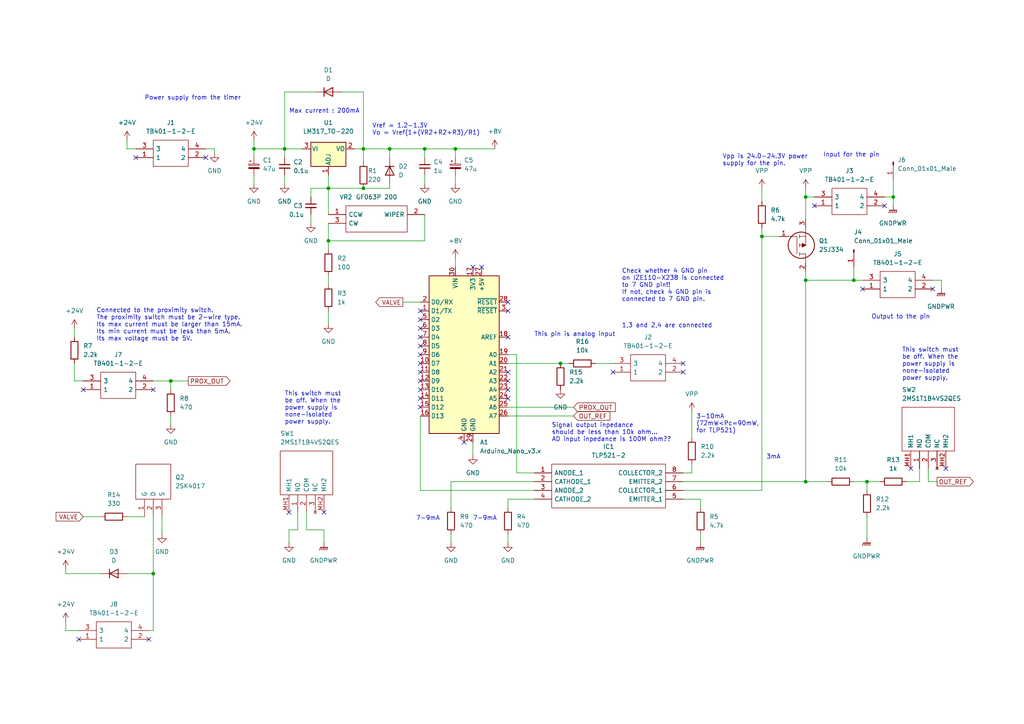
<source format=kicad_sch>
(kicad_sch (version 20211123) (generator eeschema)

  (uuid 1c7f4554-5843-4a6c-b456-b55746cd8634)

  (paper "A4")

  (lib_symbols
    (symbol "Connector:Conn_01x01_Male" (pin_names (offset 1.016) hide) (in_bom yes) (on_board yes)
      (property "Reference" "J" (id 0) (at 0 2.54 0)
        (effects (font (size 1.27 1.27)))
      )
      (property "Value" "Conn_01x01_Male" (id 1) (at 0 -2.54 0)
        (effects (font (size 1.27 1.27)))
      )
      (property "Footprint" "" (id 2) (at 0 0 0)
        (effects (font (size 1.27 1.27)) hide)
      )
      (property "Datasheet" "~" (id 3) (at 0 0 0)
        (effects (font (size 1.27 1.27)) hide)
      )
      (property "ki_keywords" "connector" (id 4) (at 0 0 0)
        (effects (font (size 1.27 1.27)) hide)
      )
      (property "ki_description" "Generic connector, single row, 01x01, script generated (kicad-library-utils/schlib/autogen/connector/)" (id 5) (at 0 0 0)
        (effects (font (size 1.27 1.27)) hide)
      )
      (property "ki_fp_filters" "Connector*:*" (id 6) (at 0 0 0)
        (effects (font (size 1.27 1.27)) hide)
      )
      (symbol "Conn_01x01_Male_1_1"
        (polyline
          (pts
            (xy 1.27 0)
            (xy 0.8636 0)
          )
          (stroke (width 0.1524) (type default) (color 0 0 0 0))
          (fill (type none))
        )
        (rectangle (start 0.8636 0.127) (end 0 -0.127)
          (stroke (width 0.1524) (type default) (color 0 0 0 0))
          (fill (type outline))
        )
        (pin passive line (at 5.08 0 180) (length 3.81)
          (name "Pin_1" (effects (font (size 1.27 1.27))))
          (number "1" (effects (font (size 1.27 1.27))))
        )
      )
    )
    (symbol "Device:C_Polarized_Small" (pin_numbers hide) (pin_names (offset 0.254) hide) (in_bom yes) (on_board yes)
      (property "Reference" "C" (id 0) (at 0.254 1.778 0)
        (effects (font (size 1.27 1.27)) (justify left))
      )
      (property "Value" "C_Polarized_Small" (id 1) (at 0.254 -2.032 0)
        (effects (font (size 1.27 1.27)) (justify left))
      )
      (property "Footprint" "" (id 2) (at 0 0 0)
        (effects (font (size 1.27 1.27)) hide)
      )
      (property "Datasheet" "~" (id 3) (at 0 0 0)
        (effects (font (size 1.27 1.27)) hide)
      )
      (property "ki_keywords" "cap capacitor" (id 4) (at 0 0 0)
        (effects (font (size 1.27 1.27)) hide)
      )
      (property "ki_description" "Polarized capacitor, small symbol" (id 5) (at 0 0 0)
        (effects (font (size 1.27 1.27)) hide)
      )
      (property "ki_fp_filters" "CP_*" (id 6) (at 0 0 0)
        (effects (font (size 1.27 1.27)) hide)
      )
      (symbol "C_Polarized_Small_0_1"
        (rectangle (start -1.524 -0.3048) (end 1.524 -0.6858)
          (stroke (width 0) (type default) (color 0 0 0 0))
          (fill (type outline))
        )
        (rectangle (start -1.524 0.6858) (end 1.524 0.3048)
          (stroke (width 0) (type default) (color 0 0 0 0))
          (fill (type none))
        )
        (polyline
          (pts
            (xy -1.27 1.524)
            (xy -0.762 1.524)
          )
          (stroke (width 0) (type default) (color 0 0 0 0))
          (fill (type none))
        )
        (polyline
          (pts
            (xy -1.016 1.27)
            (xy -1.016 1.778)
          )
          (stroke (width 0) (type default) (color 0 0 0 0))
          (fill (type none))
        )
      )
      (symbol "C_Polarized_Small_1_1"
        (pin passive line (at 0 2.54 270) (length 1.8542)
          (name "~" (effects (font (size 1.27 1.27))))
          (number "1" (effects (font (size 1.27 1.27))))
        )
        (pin passive line (at 0 -2.54 90) (length 1.8542)
          (name "~" (effects (font (size 1.27 1.27))))
          (number "2" (effects (font (size 1.27 1.27))))
        )
      )
    )
    (symbol "Device:C_Small" (pin_numbers hide) (pin_names (offset 0.254) hide) (in_bom yes) (on_board yes)
      (property "Reference" "C" (id 0) (at 0.254 1.778 0)
        (effects (font (size 1.27 1.27)) (justify left))
      )
      (property "Value" "C_Small" (id 1) (at 0.254 -2.032 0)
        (effects (font (size 1.27 1.27)) (justify left))
      )
      (property "Footprint" "" (id 2) (at 0 0 0)
        (effects (font (size 1.27 1.27)) hide)
      )
      (property "Datasheet" "~" (id 3) (at 0 0 0)
        (effects (font (size 1.27 1.27)) hide)
      )
      (property "ki_keywords" "capacitor cap" (id 4) (at 0 0 0)
        (effects (font (size 1.27 1.27)) hide)
      )
      (property "ki_description" "Unpolarized capacitor, small symbol" (id 5) (at 0 0 0)
        (effects (font (size 1.27 1.27)) hide)
      )
      (property "ki_fp_filters" "C_*" (id 6) (at 0 0 0)
        (effects (font (size 1.27 1.27)) hide)
      )
      (symbol "C_Small_0_1"
        (polyline
          (pts
            (xy -1.524 -0.508)
            (xy 1.524 -0.508)
          )
          (stroke (width 0.3302) (type default) (color 0 0 0 0))
          (fill (type none))
        )
        (polyline
          (pts
            (xy -1.524 0.508)
            (xy 1.524 0.508)
          )
          (stroke (width 0.3048) (type default) (color 0 0 0 0))
          (fill (type none))
        )
      )
      (symbol "C_Small_1_1"
        (pin passive line (at 0 2.54 270) (length 2.032)
          (name "~" (effects (font (size 1.27 1.27))))
          (number "1" (effects (font (size 1.27 1.27))))
        )
        (pin passive line (at 0 -2.54 90) (length 2.032)
          (name "~" (effects (font (size 1.27 1.27))))
          (number "2" (effects (font (size 1.27 1.27))))
        )
      )
    )
    (symbol "Device:D" (pin_numbers hide) (pin_names (offset 1.016) hide) (in_bom yes) (on_board yes)
      (property "Reference" "D" (id 0) (at 0 2.54 0)
        (effects (font (size 1.27 1.27)))
      )
      (property "Value" "D" (id 1) (at 0 -2.54 0)
        (effects (font (size 1.27 1.27)))
      )
      (property "Footprint" "" (id 2) (at 0 0 0)
        (effects (font (size 1.27 1.27)) hide)
      )
      (property "Datasheet" "~" (id 3) (at 0 0 0)
        (effects (font (size 1.27 1.27)) hide)
      )
      (property "ki_keywords" "diode" (id 4) (at 0 0 0)
        (effects (font (size 1.27 1.27)) hide)
      )
      (property "ki_description" "Diode" (id 5) (at 0 0 0)
        (effects (font (size 1.27 1.27)) hide)
      )
      (property "ki_fp_filters" "TO-???* *_Diode_* *SingleDiode* D_*" (id 6) (at 0 0 0)
        (effects (font (size 1.27 1.27)) hide)
      )
      (symbol "D_0_1"
        (polyline
          (pts
            (xy -1.27 1.27)
            (xy -1.27 -1.27)
          )
          (stroke (width 0.254) (type default) (color 0 0 0 0))
          (fill (type none))
        )
        (polyline
          (pts
            (xy 1.27 0)
            (xy -1.27 0)
          )
          (stroke (width 0) (type default) (color 0 0 0 0))
          (fill (type none))
        )
        (polyline
          (pts
            (xy 1.27 1.27)
            (xy 1.27 -1.27)
            (xy -1.27 0)
            (xy 1.27 1.27)
          )
          (stroke (width 0.254) (type default) (color 0 0 0 0))
          (fill (type none))
        )
      )
      (symbol "D_1_1"
        (pin passive line (at -3.81 0 0) (length 2.54)
          (name "K" (effects (font (size 1.27 1.27))))
          (number "1" (effects (font (size 1.27 1.27))))
        )
        (pin passive line (at 3.81 0 180) (length 2.54)
          (name "A" (effects (font (size 1.27 1.27))))
          (number "2" (effects (font (size 1.27 1.27))))
        )
      )
    )
    (symbol "Device:R" (pin_numbers hide) (pin_names (offset 0)) (in_bom yes) (on_board yes)
      (property "Reference" "R" (id 0) (at 2.032 0 90)
        (effects (font (size 1.27 1.27)))
      )
      (property "Value" "R" (id 1) (at 0 0 90)
        (effects (font (size 1.27 1.27)))
      )
      (property "Footprint" "" (id 2) (at -1.778 0 90)
        (effects (font (size 1.27 1.27)) hide)
      )
      (property "Datasheet" "~" (id 3) (at 0 0 0)
        (effects (font (size 1.27 1.27)) hide)
      )
      (property "ki_keywords" "R res resistor" (id 4) (at 0 0 0)
        (effects (font (size 1.27 1.27)) hide)
      )
      (property "ki_description" "Resistor" (id 5) (at 0 0 0)
        (effects (font (size 1.27 1.27)) hide)
      )
      (property "ki_fp_filters" "R_*" (id 6) (at 0 0 0)
        (effects (font (size 1.27 1.27)) hide)
      )
      (symbol "R_0_1"
        (rectangle (start -1.016 -2.54) (end 1.016 2.54)
          (stroke (width 0.254) (type default) (color 0 0 0 0))
          (fill (type none))
        )
      )
      (symbol "R_1_1"
        (pin passive line (at 0 3.81 270) (length 1.27)
          (name "~" (effects (font (size 1.27 1.27))))
          (number "1" (effects (font (size 1.27 1.27))))
        )
        (pin passive line (at 0 -3.81 90) (length 1.27)
          (name "~" (effects (font (size 1.27 1.27))))
          (number "2" (effects (font (size 1.27 1.27))))
        )
      )
    )
    (symbol "MCU_Module:Arduino_Nano_v3.x" (in_bom yes) (on_board yes)
      (property "Reference" "A" (id 0) (at -10.16 23.495 0)
        (effects (font (size 1.27 1.27)) (justify left bottom))
      )
      (property "Value" "Arduino_Nano_v3.x" (id 1) (at 5.08 -24.13 0)
        (effects (font (size 1.27 1.27)) (justify left top))
      )
      (property "Footprint" "Module:Arduino_Nano" (id 2) (at 0 0 0)
        (effects (font (size 1.27 1.27) italic) hide)
      )
      (property "Datasheet" "http://www.mouser.com/pdfdocs/Gravitech_Arduino_Nano3_0.pdf" (id 3) (at 0 0 0)
        (effects (font (size 1.27 1.27)) hide)
      )
      (property "ki_keywords" "Arduino nano microcontroller module USB" (id 4) (at 0 0 0)
        (effects (font (size 1.27 1.27)) hide)
      )
      (property "ki_description" "Arduino Nano v3.x" (id 5) (at 0 0 0)
        (effects (font (size 1.27 1.27)) hide)
      )
      (property "ki_fp_filters" "Arduino*Nano*" (id 6) (at 0 0 0)
        (effects (font (size 1.27 1.27)) hide)
      )
      (symbol "Arduino_Nano_v3.x_0_1"
        (rectangle (start -10.16 22.86) (end 10.16 -22.86)
          (stroke (width 0.254) (type default) (color 0 0 0 0))
          (fill (type background))
        )
      )
      (symbol "Arduino_Nano_v3.x_1_1"
        (pin bidirectional line (at -12.7 12.7 0) (length 2.54)
          (name "D1/TX" (effects (font (size 1.27 1.27))))
          (number "1" (effects (font (size 1.27 1.27))))
        )
        (pin bidirectional line (at -12.7 -2.54 0) (length 2.54)
          (name "D7" (effects (font (size 1.27 1.27))))
          (number "10" (effects (font (size 1.27 1.27))))
        )
        (pin bidirectional line (at -12.7 -5.08 0) (length 2.54)
          (name "D8" (effects (font (size 1.27 1.27))))
          (number "11" (effects (font (size 1.27 1.27))))
        )
        (pin bidirectional line (at -12.7 -7.62 0) (length 2.54)
          (name "D9" (effects (font (size 1.27 1.27))))
          (number "12" (effects (font (size 1.27 1.27))))
        )
        (pin bidirectional line (at -12.7 -10.16 0) (length 2.54)
          (name "D10" (effects (font (size 1.27 1.27))))
          (number "13" (effects (font (size 1.27 1.27))))
        )
        (pin bidirectional line (at -12.7 -12.7 0) (length 2.54)
          (name "D11" (effects (font (size 1.27 1.27))))
          (number "14" (effects (font (size 1.27 1.27))))
        )
        (pin bidirectional line (at -12.7 -15.24 0) (length 2.54)
          (name "D12" (effects (font (size 1.27 1.27))))
          (number "15" (effects (font (size 1.27 1.27))))
        )
        (pin bidirectional line (at -12.7 -17.78 0) (length 2.54)
          (name "D13" (effects (font (size 1.27 1.27))))
          (number "16" (effects (font (size 1.27 1.27))))
        )
        (pin power_out line (at 2.54 25.4 270) (length 2.54)
          (name "3V3" (effects (font (size 1.27 1.27))))
          (number "17" (effects (font (size 1.27 1.27))))
        )
        (pin input line (at 12.7 5.08 180) (length 2.54)
          (name "AREF" (effects (font (size 1.27 1.27))))
          (number "18" (effects (font (size 1.27 1.27))))
        )
        (pin bidirectional line (at 12.7 0 180) (length 2.54)
          (name "A0" (effects (font (size 1.27 1.27))))
          (number "19" (effects (font (size 1.27 1.27))))
        )
        (pin bidirectional line (at -12.7 15.24 0) (length 2.54)
          (name "D0/RX" (effects (font (size 1.27 1.27))))
          (number "2" (effects (font (size 1.27 1.27))))
        )
        (pin bidirectional line (at 12.7 -2.54 180) (length 2.54)
          (name "A1" (effects (font (size 1.27 1.27))))
          (number "20" (effects (font (size 1.27 1.27))))
        )
        (pin bidirectional line (at 12.7 -5.08 180) (length 2.54)
          (name "A2" (effects (font (size 1.27 1.27))))
          (number "21" (effects (font (size 1.27 1.27))))
        )
        (pin bidirectional line (at 12.7 -7.62 180) (length 2.54)
          (name "A3" (effects (font (size 1.27 1.27))))
          (number "22" (effects (font (size 1.27 1.27))))
        )
        (pin bidirectional line (at 12.7 -10.16 180) (length 2.54)
          (name "A4" (effects (font (size 1.27 1.27))))
          (number "23" (effects (font (size 1.27 1.27))))
        )
        (pin bidirectional line (at 12.7 -12.7 180) (length 2.54)
          (name "A5" (effects (font (size 1.27 1.27))))
          (number "24" (effects (font (size 1.27 1.27))))
        )
        (pin bidirectional line (at 12.7 -15.24 180) (length 2.54)
          (name "A6" (effects (font (size 1.27 1.27))))
          (number "25" (effects (font (size 1.27 1.27))))
        )
        (pin bidirectional line (at 12.7 -17.78 180) (length 2.54)
          (name "A7" (effects (font (size 1.27 1.27))))
          (number "26" (effects (font (size 1.27 1.27))))
        )
        (pin power_out line (at 5.08 25.4 270) (length 2.54)
          (name "+5V" (effects (font (size 1.27 1.27))))
          (number "27" (effects (font (size 1.27 1.27))))
        )
        (pin input line (at 12.7 15.24 180) (length 2.54)
          (name "~{RESET}" (effects (font (size 1.27 1.27))))
          (number "28" (effects (font (size 1.27 1.27))))
        )
        (pin power_in line (at 2.54 -25.4 90) (length 2.54)
          (name "GND" (effects (font (size 1.27 1.27))))
          (number "29" (effects (font (size 1.27 1.27))))
        )
        (pin input line (at 12.7 12.7 180) (length 2.54)
          (name "~{RESET}" (effects (font (size 1.27 1.27))))
          (number "3" (effects (font (size 1.27 1.27))))
        )
        (pin power_in line (at -2.54 25.4 270) (length 2.54)
          (name "VIN" (effects (font (size 1.27 1.27))))
          (number "30" (effects (font (size 1.27 1.27))))
        )
        (pin power_in line (at 0 -25.4 90) (length 2.54)
          (name "GND" (effects (font (size 1.27 1.27))))
          (number "4" (effects (font (size 1.27 1.27))))
        )
        (pin bidirectional line (at -12.7 10.16 0) (length 2.54)
          (name "D2" (effects (font (size 1.27 1.27))))
          (number "5" (effects (font (size 1.27 1.27))))
        )
        (pin bidirectional line (at -12.7 7.62 0) (length 2.54)
          (name "D3" (effects (font (size 1.27 1.27))))
          (number "6" (effects (font (size 1.27 1.27))))
        )
        (pin bidirectional line (at -12.7 5.08 0) (length 2.54)
          (name "D4" (effects (font (size 1.27 1.27))))
          (number "7" (effects (font (size 1.27 1.27))))
        )
        (pin bidirectional line (at -12.7 2.54 0) (length 2.54)
          (name "D5" (effects (font (size 1.27 1.27))))
          (number "8" (effects (font (size 1.27 1.27))))
        )
        (pin bidirectional line (at -12.7 0 0) (length 2.54)
          (name "D6" (effects (font (size 1.27 1.27))))
          (number "9" (effects (font (size 1.27 1.27))))
        )
      )
    )
    (symbol "Regulator_Linear:LM317_TO-220" (pin_names (offset 0.254)) (in_bom yes) (on_board yes)
      (property "Reference" "U" (id 0) (at -3.81 3.175 0)
        (effects (font (size 1.27 1.27)))
      )
      (property "Value" "LM317_TO-220" (id 1) (at 0 3.175 0)
        (effects (font (size 1.27 1.27)) (justify left))
      )
      (property "Footprint" "Package_TO_SOT_THT:TO-220-3_Vertical" (id 2) (at 0 6.35 0)
        (effects (font (size 1.27 1.27) italic) hide)
      )
      (property "Datasheet" "http://www.ti.com/lit/ds/symlink/lm317.pdf" (id 3) (at 0 0 0)
        (effects (font (size 1.27 1.27)) hide)
      )
      (property "ki_keywords" "Adjustable Voltage Regulator 1A Positive" (id 4) (at 0 0 0)
        (effects (font (size 1.27 1.27)) hide)
      )
      (property "ki_description" "1.5A 35V Adjustable Linear Regulator, TO-220" (id 5) (at 0 0 0)
        (effects (font (size 1.27 1.27)) hide)
      )
      (property "ki_fp_filters" "TO?220*" (id 6) (at 0 0 0)
        (effects (font (size 1.27 1.27)) hide)
      )
      (symbol "LM317_TO-220_0_1"
        (rectangle (start -5.08 1.905) (end 5.08 -5.08)
          (stroke (width 0.254) (type default) (color 0 0 0 0))
          (fill (type background))
        )
      )
      (symbol "LM317_TO-220_1_1"
        (pin input line (at 0 -7.62 90) (length 2.54)
          (name "ADJ" (effects (font (size 1.27 1.27))))
          (number "1" (effects (font (size 1.27 1.27))))
        )
        (pin power_out line (at 7.62 0 180) (length 2.54)
          (name "VO" (effects (font (size 1.27 1.27))))
          (number "2" (effects (font (size 1.27 1.27))))
        )
        (pin power_in line (at -7.62 0 0) (length 2.54)
          (name "VI" (effects (font (size 1.27 1.27))))
          (number "3" (effects (font (size 1.27 1.27))))
        )
      )
    )
    (symbol "SamacSys_Parts:2MS1T1B4VS2QES" (pin_names (offset 0.762)) (in_bom yes) (on_board yes)
      (property "Reference" "IC" (id 0) (at 19.05 7.62 0)
        (effects (font (size 1.27 1.27)) (justify left))
      )
      (property "Value" "2MS1T1B4VS2QES" (id 1) (at 19.05 5.08 0)
        (effects (font (size 1.27 1.27)) (justify left))
      )
      (property "Footprint" "2MS1T1B4VS2QES" (id 2) (at 19.05 2.54 0)
        (effects (font (size 1.27 1.27)) (justify left) hide)
      )
      (property "Datasheet" "https://akizukidenshi.com/download/ds/cosland/2MS1-T1-B4-VS2-Q-E-S.pdf" (id 3) (at 19.05 0 0)
        (effects (font (size 1.27 1.27)) (justify left) hide)
      )
      (property "Description" "Dailywell" (id 4) (at 19.05 -2.54 0)
        (effects (font (size 1.27 1.27)) (justify left) hide)
      )
      (property "Height" "23.61" (id 5) (at 19.05 -5.08 0)
        (effects (font (size 1.27 1.27)) (justify left) hide)
      )
      (property "Manufacturer_Name" "Dailywell" (id 6) (at 19.05 -7.62 0)
        (effects (font (size 1.27 1.27)) (justify left) hide)
      )
      (property "Manufacturer_Part_Number" "2MS1T1B4VS2QES" (id 7) (at 19.05 -10.16 0)
        (effects (font (size 1.27 1.27)) (justify left) hide)
      )
      (property "Mouser Part Number" "N/A" (id 8) (at 19.05 -12.7 0)
        (effects (font (size 1.27 1.27)) (justify left) hide)
      )
      (property "Mouser Price/Stock" "https://www.mouser.co.uk/ProductDetail/Dailywell/2MS1T1B4VS2QES?qs=Zz7%252BYVVL6bHHqAn5ycuDAQ%3D%3D" (id 9) (at 19.05 -15.24 0)
        (effects (font (size 1.27 1.27)) (justify left) hide)
      )
      (property "Arrow Part Number" "" (id 10) (at 19.05 -17.78 0)
        (effects (font (size 1.27 1.27)) (justify left) hide)
      )
      (property "Arrow Price/Stock" "" (id 11) (at 19.05 -20.32 0)
        (effects (font (size 1.27 1.27)) (justify left) hide)
      )
      (property "Mouser Testing Part Number" "" (id 12) (at 19.05 -22.86 0)
        (effects (font (size 1.27 1.27)) (justify left) hide)
      )
      (property "Mouser Testing Price/Stock" "" (id 13) (at 19.05 -25.4 0)
        (effects (font (size 1.27 1.27)) (justify left) hide)
      )
      (property "ki_description" "Dailywell" (id 14) (at 0 0 0)
        (effects (font (size 1.27 1.27)) hide)
      )
      (symbol "2MS1T1B4VS2QES_0_0"
        (pin passive line (at 0 -2.54 0) (length 5.08)
          (name "NO" (effects (font (size 1.27 1.27))))
          (number "1" (effects (font (size 1.27 1.27))))
        )
        (pin passive line (at 0 -5.08 0) (length 5.08)
          (name "COM" (effects (font (size 1.27 1.27))))
          (number "2" (effects (font (size 1.27 1.27))))
        )
        (pin no_connect line (at 0 -7.62 0) (length 5.08)
          (name "NC" (effects (font (size 1.27 1.27))))
          (number "3" (effects (font (size 1.27 1.27))))
        )
        (pin passive line (at 0 0 0) (length 5.08)
          (name "MH1" (effects (font (size 1.27 1.27))))
          (number "MH1" (effects (font (size 1.27 1.27))))
        )
        (pin passive line (at 0 -10.16 0) (length 5.08)
          (name "MH2" (effects (font (size 1.27 1.27))))
          (number "MH2" (effects (font (size 1.27 1.27))))
        )
      )
      (symbol "2MS1T1B4VS2QES_0_1"
        (polyline
          (pts
            (xy 5.08 2.54)
            (xy 17.78 2.54)
            (xy 17.78 -12.7)
            (xy 5.08 -12.7)
            (xy 5.08 2.54)
          )
          (stroke (width 0.1524) (type default) (color 0 0 0 0))
          (fill (type none))
        )
      )
    )
    (symbol "SamacSys_Parts:2SJ334" (pin_names (offset 0.762)) (in_bom yes) (on_board yes)
      (property "Reference" "Q" (id 0) (at 11.43 3.81 0)
        (effects (font (size 1.27 1.27)) (justify left))
      )
      (property "Value" "2SJ334" (id 1) (at 11.43 1.27 0)
        (effects (font (size 1.27 1.27)) (justify left))
      )
      (property "Footprint" "TO254P470X1000X2090-3P" (id 2) (at 11.43 -1.27 0)
        (effects (font (size 1.27 1.27)) (justify left) hide)
      )
      (property "Datasheet" "https://toshiba.semicon-storage.com/info/docget.jsp?did=12595&prodName=2SJ334" (id 3) (at 11.43 -3.81 0)
        (effects (font (size 1.27 1.27)) (justify left) hide)
      )
      (property "Description" "MOSFET 220NIS2 PLN,DISCON(08-10)/PHASE-OUT(11-01)/OBSOLETE(11-04)," (id 4) (at 11.43 -6.35 0)
        (effects (font (size 1.27 1.27)) (justify left) hide)
      )
      (property "Height" "4.7" (id 5) (at 11.43 -8.89 0)
        (effects (font (size 1.27 1.27)) (justify left) hide)
      )
      (property "Manufacturer_Name" "Toshiba" (id 6) (at 11.43 -11.43 0)
        (effects (font (size 1.27 1.27)) (justify left) hide)
      )
      (property "Manufacturer_Part_Number" "2SJ334" (id 7) (at 11.43 -13.97 0)
        (effects (font (size 1.27 1.27)) (justify left) hide)
      )
      (property "Mouser Part Number" "N/A" (id 8) (at 11.43 -16.51 0)
        (effects (font (size 1.27 1.27)) (justify left) hide)
      )
      (property "Mouser Price/Stock" "https://www.mouser.co.uk/ProductDetail/Toshiba/2SJ334?qs=3ZbGupGMFUcbNwrzFskwZQ%3D%3D" (id 9) (at 11.43 -19.05 0)
        (effects (font (size 1.27 1.27)) (justify left) hide)
      )
      (property "Arrow Part Number" "" (id 10) (at 11.43 -21.59 0)
        (effects (font (size 1.27 1.27)) (justify left) hide)
      )
      (property "Arrow Price/Stock" "" (id 11) (at 11.43 -24.13 0)
        (effects (font (size 1.27 1.27)) (justify left) hide)
      )
      (property "ki_description" "MOSFET 220NIS2 PLN,DISCON(08-10)/PHASE-OUT(11-01)/OBSOLETE(11-04)," (id 12) (at 0 0 0)
        (effects (font (size 1.27 1.27)) hide)
      )
      (symbol "2SJ334_0_0"
        (pin passive line (at 0 0 0) (length 2.54)
          (name "~" (effects (font (size 1.27 1.27))))
          (number "1" (effects (font (size 1.27 1.27))))
        )
        (pin passive line (at 7.62 10.16 270) (length 2.54)
          (name "~" (effects (font (size 1.27 1.27))))
          (number "2" (effects (font (size 1.27 1.27))))
        )
        (pin passive line (at 7.62 -5.08 90) (length 2.54)
          (name "~" (effects (font (size 1.27 1.27))))
          (number "3" (effects (font (size 1.27 1.27))))
        )
      )
      (symbol "2SJ334_0_1"
        (polyline
          (pts
            (xy 5.842 -0.508)
            (xy 5.842 0.508)
          )
          (stroke (width 0.1524) (type default) (color 0 0 0 0))
          (fill (type none))
        )
        (polyline
          (pts
            (xy 5.842 0)
            (xy 7.62 0)
          )
          (stroke (width 0.1524) (type default) (color 0 0 0 0))
          (fill (type none))
        )
        (polyline
          (pts
            (xy 5.842 2.032)
            (xy 5.842 3.048)
          )
          (stroke (width 0.1524) (type default) (color 0 0 0 0))
          (fill (type none))
        )
        (polyline
          (pts
            (xy 5.842 5.588)
            (xy 5.842 4.572)
          )
          (stroke (width 0.1524) (type default) (color 0 0 0 0))
          (fill (type none))
        )
        (polyline
          (pts
            (xy 7.62 2.54)
            (xy 5.842 2.54)
          )
          (stroke (width 0.1524) (type default) (color 0 0 0 0))
          (fill (type none))
        )
        (polyline
          (pts
            (xy 7.62 2.54)
            (xy 7.62 -2.54)
          )
          (stroke (width 0.1524) (type default) (color 0 0 0 0))
          (fill (type none))
        )
        (polyline
          (pts
            (xy 7.62 5.08)
            (xy 5.842 5.08)
          )
          (stroke (width 0.1524) (type default) (color 0 0 0 0))
          (fill (type none))
        )
        (polyline
          (pts
            (xy 7.62 5.08)
            (xy 7.62 7.62)
          )
          (stroke (width 0.1524) (type default) (color 0 0 0 0))
          (fill (type none))
        )
        (polyline
          (pts
            (xy 2.54 0)
            (xy 5.08 0)
            (xy 5.08 5.08)
          )
          (stroke (width 0.1524) (type default) (color 0 0 0 0))
          (fill (type none))
        )
        (polyline
          (pts
            (xy 7.62 2.54)
            (xy 6.604 3.048)
            (xy 6.604 2.032)
            (xy 7.62 2.54)
          )
          (stroke (width 0.254) (type default) (color 0 0 0 0))
          (fill (type outline))
        )
        (circle (center 6.35 2.54) (radius 3.81)
          (stroke (width 0.254) (type default) (color 0 0 0 0))
          (fill (type none))
        )
      )
    )
    (symbol "SamacSys_Parts:2SK4017" (pin_names (offset 0.762)) (in_bom yes) (on_board yes)
      (property "Reference" "Q" (id 0) (at 16.51 7.62 0)
        (effects (font (size 1.27 1.27)) (justify left))
      )
      (property "Value" "2SK4017" (id 1) (at 16.51 5.08 0)
        (effects (font (size 1.27 1.27)) (justify left))
      )
      (property "Footprint" "TO230P250X650X900-3P" (id 2) (at 16.51 2.54 0)
        (effects (font (size 1.27 1.27)) (justify left) hide)
      )
      (property "Datasheet" "https://toshiba.semicon-storage.com/ap-en/semiconductor/product/mosfets/12v-300v-mosfets/detail.2SK4017.html" (id 3) (at 16.51 0 0)
        (effects (font (size 1.27 1.27)) (justify left) hide)
      )
      (property "Description" "N-Channel 60 V 5A (Ta) 20W (Tc) Through Hole PW-MOLD2" (id 4) (at 16.51 -2.54 0)
        (effects (font (size 1.27 1.27)) (justify left) hide)
      )
      (property "Height" "2.5" (id 5) (at 16.51 -5.08 0)
        (effects (font (size 1.27 1.27)) (justify left) hide)
      )
      (property "Manufacturer_Name" "Toshiba" (id 6) (at 16.51 -7.62 0)
        (effects (font (size 1.27 1.27)) (justify left) hide)
      )
      (property "Manufacturer_Part_Number" "2SK4017" (id 7) (at 16.51 -10.16 0)
        (effects (font (size 1.27 1.27)) (justify left) hide)
      )
      (property "Mouser Part Number" "" (id 8) (at 16.51 -12.7 0)
        (effects (font (size 1.27 1.27)) (justify left) hide)
      )
      (property "Mouser Price/Stock" "" (id 9) (at 16.51 -15.24 0)
        (effects (font (size 1.27 1.27)) (justify left) hide)
      )
      (property "Arrow Part Number" "" (id 10) (at 16.51 -17.78 0)
        (effects (font (size 1.27 1.27)) (justify left) hide)
      )
      (property "Arrow Price/Stock" "" (id 11) (at 16.51 -20.32 0)
        (effects (font (size 1.27 1.27)) (justify left) hide)
      )
      (property "ki_description" "N-Channel 60 V 5A (Ta) 20W (Tc) Through Hole PW-MOLD2" (id 12) (at 0 0 0)
        (effects (font (size 1.27 1.27)) hide)
      )
      (symbol "2SK4017_0_0"
        (pin passive line (at 0 0 0) (length 5.08)
          (name "G" (effects (font (size 1.27 1.27))))
          (number "1" (effects (font (size 1.27 1.27))))
        )
        (pin passive line (at 0 -2.54 0) (length 5.08)
          (name "D" (effects (font (size 1.27 1.27))))
          (number "2" (effects (font (size 1.27 1.27))))
        )
        (pin passive line (at 0 -5.08 0) (length 5.08)
          (name "S" (effects (font (size 1.27 1.27))))
          (number "3" (effects (font (size 1.27 1.27))))
        )
      )
      (symbol "2SK4017_0_1"
        (polyline
          (pts
            (xy 5.08 2.54)
            (xy 15.24 2.54)
            (xy 15.24 -7.62)
            (xy 5.08 -7.62)
            (xy 5.08 2.54)
          )
          (stroke (width 0.1524) (type default) (color 0 0 0 0))
          (fill (type none))
        )
      )
    )
    (symbol "SamacSys_Parts:GF063P" (pin_names (offset 0.762)) (in_bom yes) (on_board yes)
      (property "Reference" "VR" (id 0) (at 24.13 7.62 0)
        (effects (font (size 1.27 1.27)) (justify left))
      )
      (property "Value" "GF063P" (id 1) (at 24.13 5.08 0)
        (effects (font (size 1.27 1.27)) (justify left))
      )
      (property "Footprint" "GF063P" (id 2) (at 24.13 2.54 0)
        (effects (font (size 1.27 1.27)) (justify left) hide)
      )
      (property "Datasheet" "" (id 3) (at 24.13 0 0)
        (effects (font (size 1.27 1.27)) (justify left) hide)
      )
      (property "Description" "1/4 Square, Single-Turn, Through-Hole Sealed Cermet Trimmers" (id 4) (at 24.13 -2.54 0)
        (effects (font (size 1.27 1.27)) (justify left) hide)
      )
      (property "Height" "5.8" (id 5) (at 24.13 -5.08 0)
        (effects (font (size 1.27 1.27)) (justify left) hide)
      )
      (property "Manufacturer_Name" "Tocos" (id 6) (at 24.13 -7.62 0)
        (effects (font (size 1.27 1.27)) (justify left) hide)
      )
      (property "Manufacturer_Part_Number" "GF063P" (id 7) (at 24.13 -10.16 0)
        (effects (font (size 1.27 1.27)) (justify left) hide)
      )
      (property "Mouser Part Number" "" (id 8) (at 24.13 -12.7 0)
        (effects (font (size 1.27 1.27)) (justify left) hide)
      )
      (property "Mouser Price/Stock" "" (id 9) (at 24.13 -15.24 0)
        (effects (font (size 1.27 1.27)) (justify left) hide)
      )
      (property "Arrow Part Number" "" (id 10) (at 24.13 -17.78 0)
        (effects (font (size 1.27 1.27)) (justify left) hide)
      )
      (property "Arrow Price/Stock" "" (id 11) (at 24.13 -20.32 0)
        (effects (font (size 1.27 1.27)) (justify left) hide)
      )
      (property "ki_description" "1/4 Square, Single-Turn, Through-Hole Sealed Cermet Trimmers" (id 12) (at 0 0 0)
        (effects (font (size 1.27 1.27)) hide)
      )
      (symbol "GF063P_0_0"
        (pin passive line (at 0 0 0) (length 5.08)
          (name "CCW" (effects (font (size 1.27 1.27))))
          (number "1" (effects (font (size 1.27 1.27))))
        )
        (pin passive line (at 27.94 0 180) (length 5.08)
          (name "WIPER" (effects (font (size 1.27 1.27))))
          (number "2" (effects (font (size 1.27 1.27))))
        )
        (pin passive line (at 0 -2.54 0) (length 5.08)
          (name "CW" (effects (font (size 1.27 1.27))))
          (number "3" (effects (font (size 1.27 1.27))))
        )
      )
      (symbol "GF063P_0_1"
        (polyline
          (pts
            (xy 5.08 2.54)
            (xy 22.86 2.54)
            (xy 22.86 -5.08)
            (xy 5.08 -5.08)
            (xy 5.08 2.54)
          )
          (stroke (width 0.1524) (type default) (color 0 0 0 0))
          (fill (type none))
        )
      )
    )
    (symbol "SamacSys_Parts:TB401-1-2-E" (pin_names (offset 0.762)) (in_bom yes) (on_board yes)
      (property "Reference" "J" (id 0) (at 16.51 7.62 0)
        (effects (font (size 1.27 1.27)) (justify left))
      )
      (property "Value" "TB401-1-2-E" (id 1) (at 16.51 5.08 0)
        (effects (font (size 1.27 1.27)) (justify left))
      )
      (property "Footprint" "TB40112E" (id 2) (at 16.51 2.54 0)
        (effects (font (size 1.27 1.27)) (justify left) hide)
      )
      (property "Datasheet" "http://akizukidenshi.com/download/ds/alphaplus/TB401-1-x-E.pdf" (id 3) (at 16.51 0 0)
        (effects (font (size 1.27 1.27)) (justify left) hide)
      )
      (property "Description" "Screwless Terminal  Blocks 2.54mm Pitch" (id 4) (at 16.51 -2.54 0)
        (effects (font (size 1.27 1.27)) (justify left) hide)
      )
      (property "Height" "13.6" (id 5) (at 16.51 -5.08 0)
        (effects (font (size 1.27 1.27)) (justify left) hide)
      )
      (property "Manufacturer_Name" "Alphaplus" (id 6) (at 16.51 -7.62 0)
        (effects (font (size 1.27 1.27)) (justify left) hide)
      )
      (property "Manufacturer_Part_Number" "TB401-1-2-E" (id 7) (at 16.51 -10.16 0)
        (effects (font (size 1.27 1.27)) (justify left) hide)
      )
      (property "Mouser Part Number" "" (id 8) (at 16.51 -12.7 0)
        (effects (font (size 1.27 1.27)) (justify left) hide)
      )
      (property "Mouser Price/Stock" "" (id 9) (at 16.51 -15.24 0)
        (effects (font (size 1.27 1.27)) (justify left) hide)
      )
      (property "Arrow Part Number" "" (id 10) (at 16.51 -17.78 0)
        (effects (font (size 1.27 1.27)) (justify left) hide)
      )
      (property "Arrow Price/Stock" "" (id 11) (at 16.51 -20.32 0)
        (effects (font (size 1.27 1.27)) (justify left) hide)
      )
      (property "ki_description" "Screwless Terminal  Blocks 2.54mm Pitch" (id 12) (at 0 0 0)
        (effects (font (size 1.27 1.27)) hide)
      )
      (symbol "TB401-1-2-E_0_0"
        (pin passive line (at 0 -2.54 0) (length 5.08)
          (name "1" (effects (font (size 1.27 1.27))))
          (number "1" (effects (font (size 1.27 1.27))))
        )
        (pin passive line (at 20.32 -2.54 180) (length 5.08)
          (name "2" (effects (font (size 1.27 1.27))))
          (number "2" (effects (font (size 1.27 1.27))))
        )
        (pin passive line (at 0 0 0) (length 5.08)
          (name "3" (effects (font (size 1.27 1.27))))
          (number "3" (effects (font (size 1.27 1.27))))
        )
        (pin passive line (at 20.32 0 180) (length 5.08)
          (name "4" (effects (font (size 1.27 1.27))))
          (number "4" (effects (font (size 1.27 1.27))))
        )
      )
      (symbol "TB401-1-2-E_0_1"
        (polyline
          (pts
            (xy 5.08 2.54)
            (xy 15.24 2.54)
            (xy 15.24 -5.08)
            (xy 5.08 -5.08)
            (xy 5.08 2.54)
          )
          (stroke (width 0.1524) (type default) (color 0 0 0 0))
          (fill (type none))
        )
      )
    )
    (symbol "SamacSys_Parts:TLP521-2" (pin_names (offset 0.762)) (in_bom yes) (on_board yes)
      (property "Reference" "IC" (id 0) (at 39.37 7.62 0)
        (effects (font (size 1.27 1.27)) (justify left))
      )
      (property "Value" "TLP521-2" (id 1) (at 39.37 5.08 0)
        (effects (font (size 1.27 1.27)) (justify left))
      )
      (property "Footprint" "DIP832W60P254L966H380Q8N" (id 2) (at 39.37 2.54 0)
        (effects (font (size 1.27 1.27)) (justify left) hide)
      )
      (property "Datasheet" "https://4donline.ihs.com/images/VipMasterIC/IC/TOSC/TOSC-S-A0009554558/TOSC-S-A0009554578-1.pdf?hkey=EF798316E3902B6ED9A73243A3159BB0" (id 3) (at 39.37 0 0)
        (effects (font (size 1.27 1.27)) (justify left) hide)
      )
      (property "Description" "Tlp521-2 Datasheet, Distributors and Pricing. Free Tlp521-2 PDF Download. Contains over 70 million datasheets. Tlp521-2, Transistor, Diode, Capacitor. Fast & Simple Search. Update Datasheet Everyday. Biggest Datasheet Search. 400,000+ Searches / day." (id 4) (at 39.37 -2.54 0)
        (effects (font (size 1.27 1.27)) (justify left) hide)
      )
      (property "Height" "3.8" (id 5) (at 39.37 -5.08 0)
        (effects (font (size 1.27 1.27)) (justify left) hide)
      )
      (property "Manufacturer_Name" "Toshiba" (id 6) (at 39.37 -7.62 0)
        (effects (font (size 1.27 1.27)) (justify left) hide)
      )
      (property "Manufacturer_Part_Number" "TLP521-2" (id 7) (at 39.37 -10.16 0)
        (effects (font (size 1.27 1.27)) (justify left) hide)
      )
      (property "Mouser Part Number" "" (id 8) (at 39.37 -12.7 0)
        (effects (font (size 1.27 1.27)) (justify left) hide)
      )
      (property "Mouser Price/Stock" "" (id 9) (at 39.37 -15.24 0)
        (effects (font (size 1.27 1.27)) (justify left) hide)
      )
      (property "Arrow Part Number" "" (id 10) (at 39.37 -17.78 0)
        (effects (font (size 1.27 1.27)) (justify left) hide)
      )
      (property "Arrow Price/Stock" "" (id 11) (at 39.37 -20.32 0)
        (effects (font (size 1.27 1.27)) (justify left) hide)
      )
      (property "Mouser Testing Part Number" "" (id 12) (at 39.37 -22.86 0)
        (effects (font (size 1.27 1.27)) (justify left) hide)
      )
      (property "Mouser Testing Price/Stock" "" (id 13) (at 39.37 -25.4 0)
        (effects (font (size 1.27 1.27)) (justify left) hide)
      )
      (property "ki_description" "Tlp521-2 Datasheet, Distributors and Pricing. Free Tlp521-2 PDF Download. Contains over 70 million datasheets. Tlp521-2, Transistor, Diode, Capacitor. Fast & Simple Search. Update Datasheet Everyday. Biggest Datasheet Search. 400,000+ Searches / day." (id 14) (at 0 0 0)
        (effects (font (size 1.27 1.27)) hide)
      )
      (symbol "TLP521-2_0_0"
        (pin passive line (at 0 0 0) (length 5.08)
          (name "ANODE_1" (effects (font (size 1.27 1.27))))
          (number "1" (effects (font (size 1.27 1.27))))
        )
        (pin passive line (at 0 -2.54 0) (length 5.08)
          (name "CATHODE_1" (effects (font (size 1.27 1.27))))
          (number "2" (effects (font (size 1.27 1.27))))
        )
        (pin passive line (at 0 -5.08 0) (length 5.08)
          (name "ANODE_2" (effects (font (size 1.27 1.27))))
          (number "3" (effects (font (size 1.27 1.27))))
        )
        (pin passive line (at 0 -7.62 0) (length 5.08)
          (name "CATHODE_2" (effects (font (size 1.27 1.27))))
          (number "4" (effects (font (size 1.27 1.27))))
        )
        (pin passive line (at 43.18 -7.62 180) (length 5.08)
          (name "EMITTER_1" (effects (font (size 1.27 1.27))))
          (number "5" (effects (font (size 1.27 1.27))))
        )
        (pin passive line (at 43.18 -5.08 180) (length 5.08)
          (name "COLLECTOR_1" (effects (font (size 1.27 1.27))))
          (number "6" (effects (font (size 1.27 1.27))))
        )
        (pin passive line (at 43.18 -2.54 180) (length 5.08)
          (name "EMITTER_2" (effects (font (size 1.27 1.27))))
          (number "7" (effects (font (size 1.27 1.27))))
        )
        (pin passive line (at 43.18 0 180) (length 5.08)
          (name "COLLECTOR_2" (effects (font (size 1.27 1.27))))
          (number "8" (effects (font (size 1.27 1.27))))
        )
      )
      (symbol "TLP521-2_0_1"
        (polyline
          (pts
            (xy 5.08 2.54)
            (xy 38.1 2.54)
            (xy 38.1 -10.16)
            (xy 5.08 -10.16)
            (xy 5.08 2.54)
          )
          (stroke (width 0.1524) (type default) (color 0 0 0 0))
          (fill (type none))
        )
      )
    )
    (symbol "power:+24V" (power) (pin_names (offset 0)) (in_bom yes) (on_board yes)
      (property "Reference" "#PWR" (id 0) (at 0 -3.81 0)
        (effects (font (size 1.27 1.27)) hide)
      )
      (property "Value" "+24V" (id 1) (at 0 3.556 0)
        (effects (font (size 1.27 1.27)))
      )
      (property "Footprint" "" (id 2) (at 0 0 0)
        (effects (font (size 1.27 1.27)) hide)
      )
      (property "Datasheet" "" (id 3) (at 0 0 0)
        (effects (font (size 1.27 1.27)) hide)
      )
      (property "ki_keywords" "global power" (id 4) (at 0 0 0)
        (effects (font (size 1.27 1.27)) hide)
      )
      (property "ki_description" "Power symbol creates a global label with name \"+24V\"" (id 5) (at 0 0 0)
        (effects (font (size 1.27 1.27)) hide)
      )
      (symbol "+24V_0_1"
        (polyline
          (pts
            (xy -0.762 1.27)
            (xy 0 2.54)
          )
          (stroke (width 0) (type default) (color 0 0 0 0))
          (fill (type none))
        )
        (polyline
          (pts
            (xy 0 0)
            (xy 0 2.54)
          )
          (stroke (width 0) (type default) (color 0 0 0 0))
          (fill (type none))
        )
        (polyline
          (pts
            (xy 0 2.54)
            (xy 0.762 1.27)
          )
          (stroke (width 0) (type default) (color 0 0 0 0))
          (fill (type none))
        )
      )
      (symbol "+24V_1_1"
        (pin power_in line (at 0 0 90) (length 0) hide
          (name "+24V" (effects (font (size 1.27 1.27))))
          (number "1" (effects (font (size 1.27 1.27))))
        )
      )
    )
    (symbol "power:+8V" (power) (pin_names (offset 0)) (in_bom yes) (on_board yes)
      (property "Reference" "#PWR" (id 0) (at 0 -3.81 0)
        (effects (font (size 1.27 1.27)) hide)
      )
      (property "Value" "+8V" (id 1) (at 0 3.556 0)
        (effects (font (size 1.27 1.27)))
      )
      (property "Footprint" "" (id 2) (at 0 0 0)
        (effects (font (size 1.27 1.27)) hide)
      )
      (property "Datasheet" "" (id 3) (at 0 0 0)
        (effects (font (size 1.27 1.27)) hide)
      )
      (property "ki_keywords" "global power" (id 4) (at 0 0 0)
        (effects (font (size 1.27 1.27)) hide)
      )
      (property "ki_description" "Power symbol creates a global label with name \"+8V\"" (id 5) (at 0 0 0)
        (effects (font (size 1.27 1.27)) hide)
      )
      (symbol "+8V_0_1"
        (polyline
          (pts
            (xy -0.762 1.27)
            (xy 0 2.54)
          )
          (stroke (width 0) (type default) (color 0 0 0 0))
          (fill (type none))
        )
        (polyline
          (pts
            (xy 0 0)
            (xy 0 2.54)
          )
          (stroke (width 0) (type default) (color 0 0 0 0))
          (fill (type none))
        )
        (polyline
          (pts
            (xy 0 2.54)
            (xy 0.762 1.27)
          )
          (stroke (width 0) (type default) (color 0 0 0 0))
          (fill (type none))
        )
      )
      (symbol "+8V_1_1"
        (pin power_in line (at 0 0 90) (length 0) hide
          (name "+8V" (effects (font (size 1.27 1.27))))
          (number "1" (effects (font (size 1.27 1.27))))
        )
      )
    )
    (symbol "power:GND" (power) (pin_names (offset 0)) (in_bom yes) (on_board yes)
      (property "Reference" "#PWR" (id 0) (at 0 -6.35 0)
        (effects (font (size 1.27 1.27)) hide)
      )
      (property "Value" "GND" (id 1) (at 0 -3.81 0)
        (effects (font (size 1.27 1.27)))
      )
      (property "Footprint" "" (id 2) (at 0 0 0)
        (effects (font (size 1.27 1.27)) hide)
      )
      (property "Datasheet" "" (id 3) (at 0 0 0)
        (effects (font (size 1.27 1.27)) hide)
      )
      (property "ki_keywords" "global power" (id 4) (at 0 0 0)
        (effects (font (size 1.27 1.27)) hide)
      )
      (property "ki_description" "Power symbol creates a global label with name \"GND\" , ground" (id 5) (at 0 0 0)
        (effects (font (size 1.27 1.27)) hide)
      )
      (symbol "GND_0_1"
        (polyline
          (pts
            (xy 0 0)
            (xy 0 -1.27)
            (xy 1.27 -1.27)
            (xy 0 -2.54)
            (xy -1.27 -1.27)
            (xy 0 -1.27)
          )
          (stroke (width 0) (type default) (color 0 0 0 0))
          (fill (type none))
        )
      )
      (symbol "GND_1_1"
        (pin power_in line (at 0 0 270) (length 0) hide
          (name "GND" (effects (font (size 1.27 1.27))))
          (number "1" (effects (font (size 1.27 1.27))))
        )
      )
    )
    (symbol "power:GNDPWR" (power) (pin_names (offset 0)) (in_bom yes) (on_board yes)
      (property "Reference" "#PWR" (id 0) (at 0 -5.08 0)
        (effects (font (size 1.27 1.27)) hide)
      )
      (property "Value" "GNDPWR" (id 1) (at 0 -3.302 0)
        (effects (font (size 1.27 1.27)))
      )
      (property "Footprint" "" (id 2) (at 0 -1.27 0)
        (effects (font (size 1.27 1.27)) hide)
      )
      (property "Datasheet" "" (id 3) (at 0 -1.27 0)
        (effects (font (size 1.27 1.27)) hide)
      )
      (property "ki_keywords" "global ground" (id 4) (at 0 0 0)
        (effects (font (size 1.27 1.27)) hide)
      )
      (property "ki_description" "Power symbol creates a global label with name \"GNDPWR\" , global ground" (id 5) (at 0 0 0)
        (effects (font (size 1.27 1.27)) hide)
      )
      (symbol "GNDPWR_0_1"
        (polyline
          (pts
            (xy 0 -1.27)
            (xy 0 0)
          )
          (stroke (width 0) (type default) (color 0 0 0 0))
          (fill (type none))
        )
        (polyline
          (pts
            (xy -1.016 -1.27)
            (xy -1.27 -2.032)
            (xy -1.27 -2.032)
          )
          (stroke (width 0.2032) (type default) (color 0 0 0 0))
          (fill (type none))
        )
        (polyline
          (pts
            (xy -0.508 -1.27)
            (xy -0.762 -2.032)
            (xy -0.762 -2.032)
          )
          (stroke (width 0.2032) (type default) (color 0 0 0 0))
          (fill (type none))
        )
        (polyline
          (pts
            (xy 0 -1.27)
            (xy -0.254 -2.032)
            (xy -0.254 -2.032)
          )
          (stroke (width 0.2032) (type default) (color 0 0 0 0))
          (fill (type none))
        )
        (polyline
          (pts
            (xy 0.508 -1.27)
            (xy 0.254 -2.032)
            (xy 0.254 -2.032)
          )
          (stroke (width 0.2032) (type default) (color 0 0 0 0))
          (fill (type none))
        )
        (polyline
          (pts
            (xy 1.016 -1.27)
            (xy -1.016 -1.27)
            (xy -1.016 -1.27)
          )
          (stroke (width 0.2032) (type default) (color 0 0 0 0))
          (fill (type none))
        )
        (polyline
          (pts
            (xy 1.016 -1.27)
            (xy 0.762 -2.032)
            (xy 0.762 -2.032)
            (xy 0.762 -2.032)
          )
          (stroke (width 0.2032) (type default) (color 0 0 0 0))
          (fill (type none))
        )
      )
      (symbol "GNDPWR_1_1"
        (pin power_in line (at 0 0 270) (length 0) hide
          (name "GNDPWR" (effects (font (size 1.27 1.27))))
          (number "1" (effects (font (size 1.27 1.27))))
        )
      )
    )
    (symbol "power:VPP" (power) (pin_names (offset 0)) (in_bom yes) (on_board yes)
      (property "Reference" "#PWR" (id 0) (at 0 -3.81 0)
        (effects (font (size 1.27 1.27)) hide)
      )
      (property "Value" "VPP" (id 1) (at 0 3.81 0)
        (effects (font (size 1.27 1.27)))
      )
      (property "Footprint" "" (id 2) (at 0 0 0)
        (effects (font (size 1.27 1.27)) hide)
      )
      (property "Datasheet" "" (id 3) (at 0 0 0)
        (effects (font (size 1.27 1.27)) hide)
      )
      (property "ki_keywords" "global power" (id 4) (at 0 0 0)
        (effects (font (size 1.27 1.27)) hide)
      )
      (property "ki_description" "Power symbol creates a global label with name \"VPP\"" (id 5) (at 0 0 0)
        (effects (font (size 1.27 1.27)) hide)
      )
      (symbol "VPP_0_1"
        (polyline
          (pts
            (xy -0.762 1.27)
            (xy 0 2.54)
          )
          (stroke (width 0) (type default) (color 0 0 0 0))
          (fill (type none))
        )
        (polyline
          (pts
            (xy 0 0)
            (xy 0 2.54)
          )
          (stroke (width 0) (type default) (color 0 0 0 0))
          (fill (type none))
        )
        (polyline
          (pts
            (xy 0 2.54)
            (xy 0.762 1.27)
          )
          (stroke (width 0) (type default) (color 0 0 0 0))
          (fill (type none))
        )
      )
      (symbol "VPP_1_1"
        (pin power_in line (at 0 0 90) (length 0) hide
          (name "VPP" (effects (font (size 1.27 1.27))))
          (number "1" (effects (font (size 1.27 1.27))))
        )
      )
    )
  )

  (junction (at 49.53 110.49) (diameter 0) (color 0 0 0 0)
    (uuid 124db864-02a5-4a3b-90d3-d5af8761dee4)
  )
  (junction (at 123.19 43.18) (diameter 0) (color 0 0 0 0)
    (uuid 266220e2-7a3b-42c7-94c2-371e0815048b)
  )
  (junction (at 95.25 54.61) (diameter 0) (color 0 0 0 0)
    (uuid 268da0d3-1dc1-40b6-829b-1150a5d550d9)
  )
  (junction (at 259.08 57.15) (diameter 0) (color 0 0 0 0)
    (uuid 35783b01-58e9-47d2-a52d-6cb687eee5ab)
  )
  (junction (at 95.25 69.85) (diameter 0) (color 0 0 0 0)
    (uuid 556b1ee6-7fe0-4ac3-b941-03e9d78563be)
  )
  (junction (at 113.03 43.18) (diameter 0) (color 0 0 0 0)
    (uuid 5c564c69-833c-47c5-b68a-46383f451eb6)
  )
  (junction (at 105.41 54.61) (diameter 0) (color 0 0 0 0)
    (uuid 610a3eb8-d7d1-443d-9a82-512e4587ea37)
  )
  (junction (at 247.65 81.28) (diameter 0) (color 0 0 0 0)
    (uuid 69243e7f-1d05-4b98-9453-3c9f17b7c1f8)
  )
  (junction (at 251.46 139.7) (diameter 0) (color 0 0 0 0)
    (uuid 78c18b2b-b8fc-405d-a07a-958fd18bb6df)
  )
  (junction (at 82.55 43.18) (diameter 0) (color 0 0 0 0)
    (uuid 7cd756ea-5a3c-4456-bf7f-370a3d2c73ba)
  )
  (junction (at 105.41 43.18) (diameter 0) (color 0 0 0 0)
    (uuid 830a3d23-b110-4ee2-8245-29fccd676a75)
  )
  (junction (at 44.45 166.37) (diameter 0) (color 0 0 0 0)
    (uuid 99d165e9-fb73-47f5-baf7-2e700d92b01e)
  )
  (junction (at 132.08 43.18) (diameter 0) (color 0 0 0 0)
    (uuid a0b5ffaf-4181-48c2-a182-442013784208)
  )
  (junction (at 233.68 139.7) (diameter 0) (color 0 0 0 0)
    (uuid a5009ec5-33be-4e03-9832-2542484256c3)
  )
  (junction (at 233.68 81.28) (diameter 0) (color 0 0 0 0)
    (uuid b3cfb3f8-8899-490e-8939-98f07a562911)
  )
  (junction (at 162.56 105.41) (diameter 0) (color 0 0 0 0)
    (uuid cb6fcb12-fe82-4ee6-8bb2-d8255ce5cad8)
  )
  (junction (at 220.98 68.58) (diameter 0) (color 0 0 0 0)
    (uuid e591d3d4-7112-40bb-a949-4058923cd776)
  )
  (junction (at 73.66 43.18) (diameter 0) (color 0 0 0 0)
    (uuid ecbd2ed0-09ce-4284-a59e-1b548f9665b7)
  )
  (junction (at 233.68 57.15) (diameter 0) (color 0 0 0 0)
    (uuid fe9b4ffa-76b7-4209-87aa-72a9b0664eef)
  )

  (no_connect (at 93.98 148.59) (uuid 0451eb25-507f-4dcf-975c-5db2c6bd9b52))
  (no_connect (at 177.8 107.95) (uuid 0d2fe089-0911-401e-8edb-9d0e2610e36e))
  (no_connect (at 250.19 83.82) (uuid 11e78c9f-f02d-4f4f-a45e-29097727456b))
  (no_connect (at 198.12 105.41) (uuid 16906a09-7d53-4aa3-ac87-8ced764e9aa2))
  (no_connect (at 121.92 118.11) (uuid 17f3d2e1-43a0-45ec-b5fb-8d12934c9ec5))
  (no_connect (at 121.92 90.17) (uuid 1b4df1ac-e6b2-4afd-b38e-f68317d27618))
  (no_connect (at 256.54 59.69) (uuid 2520ec4b-58aa-4fc9-baf1-b4779d6088a9))
  (no_connect (at 121.92 92.71) (uuid 2e065a73-126f-4d49-9e83-f7d78929b76d))
  (no_connect (at 59.69 45.72) (uuid 2e37ad82-2a8d-4601-ad5d-b03e9f539f83))
  (no_connect (at 121.92 100.33) (uuid 3017f1a6-7cc7-49ff-8ee8-e25f812c2110))
  (no_connect (at 137.16 77.47) (uuid 33e07da0-f17c-42b3-b5f4-0621a827e245))
  (no_connect (at 121.92 107.95) (uuid 36a8fdc9-61a0-437a-b015-da3685ffee5b))
  (no_connect (at 147.32 97.79) (uuid 534e1629-f296-46b3-a685-2897b93506b8))
  (no_connect (at 147.32 107.95) (uuid 5ab6eee6-02bb-4935-8306-e4e81172958e))
  (no_connect (at 39.37 45.72) (uuid 5dab8322-7b6f-4e58-90bb-eb978a4a520d))
  (no_connect (at 147.32 115.57) (uuid 5f4bb10b-3dd4-4d44-93a1-c8d014b55a48))
  (no_connect (at 236.22 59.69) (uuid 5f6ff981-5fd2-4c45-9fc7-7bc843c86dad))
  (no_connect (at 121.92 102.87) (uuid 61c30ba0-4e92-4084-bb2b-018fee2d3db2))
  (no_connect (at 121.92 97.79) (uuid 66beb017-e1d4-4023-b529-0224c5c005c2))
  (no_connect (at 43.18 185.42) (uuid 8da7496a-18ca-45f6-ac86-bd2a382bb325))
  (no_connect (at 121.92 110.49) (uuid 943aa3b4-ae9a-46c6-9d1f-9c8c7ca53d3b))
  (no_connect (at 147.32 113.03) (uuid 9a3a5aee-0294-46c1-bd92-b8a049119b15))
  (no_connect (at 198.12 107.95) (uuid 9c9d5bd6-1139-43d8-ba63-99ba91afbf91))
  (no_connect (at 121.92 105.41) (uuid 9dc0a1be-a74e-446c-8603-19b0b941c944))
  (no_connect (at 121.92 115.57) (uuid 9ea6c642-0d38-4f41-9509-ed9716a723f3))
  (no_connect (at 83.82 148.59) (uuid a4a4bfdd-bca3-4ccf-b964-3121f6d22a56))
  (no_connect (at 121.92 113.03) (uuid ad3863bb-279d-4a2c-b59b-de4f89cd0e75))
  (no_connect (at 139.7 77.47) (uuid b104edc0-fa61-4578-a19b-5c7de35bf9bb))
  (no_connect (at 147.32 87.63) (uuid b2d2b248-1316-4227-a498-7fb8412ba95c))
  (no_connect (at 22.86 185.42) (uuid b3ebd41a-3d2f-49a8-b584-0e00aeeeac9a))
  (no_connect (at 264.16 135.89) (uuid b5756534-cc7c-462f-87e3-51bf366271d8))
  (no_connect (at 24.13 113.03) (uuid bc8939be-2cb6-4d29-87a3-4ce2a58191d8))
  (no_connect (at 270.51 83.82) (uuid be2bcd8c-73b9-4c15-a526-03d4532d3ce7))
  (no_connect (at 147.32 110.49) (uuid c2d9b554-5d02-45bf-8a14-da7d5e1df524))
  (no_connect (at 44.45 113.03) (uuid c9977606-cf32-48e9-a9f6-f2f96a68c357))
  (no_connect (at 147.32 90.17) (uuid e55c692c-7714-457f-a10f-77f3f2e5a873))
  (no_connect (at 274.32 135.89) (uuid f2b4ba88-aa43-4b63-8396-2a8e8e5dae34))
  (no_connect (at 134.62 128.27) (uuid f94763fd-da56-44f9-b90d-9746ae00251a))
  (no_connect (at 121.92 95.25) (uuid f94896dd-20b1-41e3-9eeb-b9fb43bbbb5c))

  (wire (pts (xy 73.66 40.64) (xy 73.66 43.18))
    (stroke (width 0) (type default) (color 0 0 0 0))
    (uuid 04d17936-a8ef-40cb-8a81-ca0dcde8bca5)
  )
  (wire (pts (xy 220.98 68.58) (xy 226.06 68.58))
    (stroke (width 0) (type default) (color 0 0 0 0))
    (uuid 04ecff08-cc06-4a11-9ccb-425bcecd07cb)
  )
  (wire (pts (xy 149.86 102.87) (xy 149.86 137.16))
    (stroke (width 0) (type default) (color 0 0 0 0))
    (uuid 05d73e69-1b9f-4434-98cc-5259f6060083)
  )
  (wire (pts (xy 86.36 148.59) (xy 86.36 153.67))
    (stroke (width 0) (type default) (color 0 0 0 0))
    (uuid 078e761c-acd3-4562-8b8e-3ede4d01ed7c)
  )
  (wire (pts (xy 233.68 54.61) (xy 233.68 57.15))
    (stroke (width 0) (type default) (color 0 0 0 0))
    (uuid 08bf6dad-68dc-4579-8ac6-4b9e323a12b8)
  )
  (wire (pts (xy 198.12 144.78) (xy 203.2 144.78))
    (stroke (width 0) (type default) (color 0 0 0 0))
    (uuid 145ec739-0878-4e13-a655-2ef2e77eeb4c)
  )
  (wire (pts (xy 147.32 105.41) (xy 162.56 105.41))
    (stroke (width 0) (type default) (color 0 0 0 0))
    (uuid 15b2c9cb-b158-4848-8edb-4e196268d643)
  )
  (wire (pts (xy 247.65 139.7) (xy 251.46 139.7))
    (stroke (width 0) (type default) (color 0 0 0 0))
    (uuid 17355c3a-971e-44dd-b533-47be101ce4dc)
  )
  (wire (pts (xy 73.66 43.18) (xy 82.55 43.18))
    (stroke (width 0) (type default) (color 0 0 0 0))
    (uuid 19018da3-eefe-4972-8da6-9419c9e6358b)
  )
  (wire (pts (xy 233.68 139.7) (xy 233.68 81.28))
    (stroke (width 0) (type default) (color 0 0 0 0))
    (uuid 19d050b3-ef7d-4fbf-9b22-8b135686a426)
  )
  (wire (pts (xy 198.12 139.7) (xy 233.68 139.7))
    (stroke (width 0) (type default) (color 0 0 0 0))
    (uuid 1a0e042c-5da3-44d7-ad90-0920a9fe974e)
  )
  (wire (pts (xy 147.32 102.87) (xy 149.86 102.87))
    (stroke (width 0) (type default) (color 0 0 0 0))
    (uuid 1a6c23a4-bdbd-4f8a-82fc-cad531968299)
  )
  (wire (pts (xy 44.45 166.37) (xy 44.45 182.88))
    (stroke (width 0) (type default) (color 0 0 0 0))
    (uuid 1b70ede5-a6f0-4322-9c48-fcd193a19c5e)
  )
  (wire (pts (xy 198.12 137.16) (xy 200.66 137.16))
    (stroke (width 0) (type default) (color 0 0 0 0))
    (uuid 1daf4aea-3794-405e-83d7-f1c120764912)
  )
  (wire (pts (xy 36.83 40.64) (xy 36.83 43.18))
    (stroke (width 0) (type default) (color 0 0 0 0))
    (uuid 1ef1d9f8-4ef1-408d-920c-039e45872f9a)
  )
  (wire (pts (xy 95.25 54.61) (xy 95.25 62.23))
    (stroke (width 0) (type default) (color 0 0 0 0))
    (uuid 213e7c7a-59a8-4c0a-b9a8-a3115097cdcb)
  )
  (wire (pts (xy 82.55 50.8) (xy 82.55 53.34))
    (stroke (width 0) (type default) (color 0 0 0 0))
    (uuid 22add8d0-85b5-4a7f-8fbf-01a22b0dbbc4)
  )
  (wire (pts (xy 36.83 166.37) (xy 44.45 166.37))
    (stroke (width 0) (type default) (color 0 0 0 0))
    (uuid 22da86c5-1bde-4ae4-8eaf-a79a15b1a18a)
  )
  (wire (pts (xy 130.81 154.94) (xy 130.81 157.48))
    (stroke (width 0) (type default) (color 0 0 0 0))
    (uuid 27494247-1701-4cfb-a593-8c9713cca5f1)
  )
  (wire (pts (xy 95.25 64.77) (xy 95.25 69.85))
    (stroke (width 0) (type default) (color 0 0 0 0))
    (uuid 288345e3-fd50-4533-af8c-2d4f87e183ab)
  )
  (wire (pts (xy 259.08 57.15) (xy 259.08 59.69))
    (stroke (width 0) (type default) (color 0 0 0 0))
    (uuid 2bb4f3ad-22cb-4dd9-a6c3-e042de5af776)
  )
  (wire (pts (xy 147.32 118.11) (xy 166.37 118.11))
    (stroke (width 0) (type default) (color 0 0 0 0))
    (uuid 2caf2d06-5e6c-4f0b-9be3-0c90d18f2ca8)
  )
  (wire (pts (xy 147.32 144.78) (xy 147.32 147.32))
    (stroke (width 0) (type default) (color 0 0 0 0))
    (uuid 2d0ffb36-3344-44cb-8671-4a3e9fb75349)
  )
  (wire (pts (xy 259.08 52.07) (xy 259.08 57.15))
    (stroke (width 0) (type default) (color 0 0 0 0))
    (uuid 321fcd7a-1619-4465-8cd8-8a6c4b1587e8)
  )
  (wire (pts (xy 113.03 43.18) (xy 113.03 45.72))
    (stroke (width 0) (type default) (color 0 0 0 0))
    (uuid 3558701e-2da4-4927-9c03-5f5e5337d7d1)
  )
  (wire (pts (xy 233.68 57.15) (xy 233.68 63.5))
    (stroke (width 0) (type default) (color 0 0 0 0))
    (uuid 38508ae8-77a2-4cf9-b9be-f4eef6ffb04d)
  )
  (wire (pts (xy 44.45 149.86) (xy 44.45 166.37))
    (stroke (width 0) (type default) (color 0 0 0 0))
    (uuid 3893a414-1275-4a90-b169-12a7d67953f8)
  )
  (wire (pts (xy 113.03 54.61) (xy 113.03 53.34))
    (stroke (width 0) (type default) (color 0 0 0 0))
    (uuid 3c8344e6-0c2e-4355-806d-fb86b8324325)
  )
  (wire (pts (xy 123.19 43.18) (xy 132.08 43.18))
    (stroke (width 0) (type default) (color 0 0 0 0))
    (uuid 3db4d337-4319-400e-b847-345014a768ee)
  )
  (wire (pts (xy 220.98 54.61) (xy 220.98 58.42))
    (stroke (width 0) (type default) (color 0 0 0 0))
    (uuid 3dbf7604-7aeb-4d1a-9a80-9f2438298f88)
  )
  (wire (pts (xy 105.41 54.61) (xy 113.03 54.61))
    (stroke (width 0) (type default) (color 0 0 0 0))
    (uuid 3efedf2a-390a-47f2-8740-1d262be81e16)
  )
  (wire (pts (xy 19.05 166.37) (xy 19.05 165.1))
    (stroke (width 0) (type default) (color 0 0 0 0))
    (uuid 3f150518-ca52-461b-8486-6dda9a81c613)
  )
  (wire (pts (xy 270.51 81.28) (xy 273.05 81.28))
    (stroke (width 0) (type default) (color 0 0 0 0))
    (uuid 3feeee77-7ad8-4d05-87b3-d980ac346c07)
  )
  (wire (pts (xy 59.69 43.18) (xy 62.23 43.18))
    (stroke (width 0) (type default) (color 0 0 0 0))
    (uuid 41b222b3-e400-4bfb-89f9-4ec2b3cf8de2)
  )
  (wire (pts (xy 90.17 62.23) (xy 90.17 64.77))
    (stroke (width 0) (type default) (color 0 0 0 0))
    (uuid 43cd0966-6760-49d7-a9e2-8d297912b48f)
  )
  (wire (pts (xy 137.16 128.27) (xy 137.16 132.08))
    (stroke (width 0) (type default) (color 0 0 0 0))
    (uuid 448ee34e-8acd-48c8-866f-5e7eb92f61ed)
  )
  (wire (pts (xy 86.36 153.67) (xy 83.82 153.67))
    (stroke (width 0) (type default) (color 0 0 0 0))
    (uuid 474cc09a-76e6-49a9-a30d-a0d1fb0d9848)
  )
  (wire (pts (xy 19.05 182.88) (xy 22.86 182.88))
    (stroke (width 0) (type default) (color 0 0 0 0))
    (uuid 4aa70cc5-e245-43bc-bf3f-2a62bec86185)
  )
  (wire (pts (xy 123.19 50.8) (xy 123.19 53.34))
    (stroke (width 0) (type default) (color 0 0 0 0))
    (uuid 4aaeaa39-d96f-4d4a-b714-051bb9eeca0a)
  )
  (wire (pts (xy 247.65 77.47) (xy 247.65 81.28))
    (stroke (width 0) (type default) (color 0 0 0 0))
    (uuid 4e99d203-ba3e-492f-8dc6-4c52dd28970d)
  )
  (wire (pts (xy 105.41 43.18) (xy 105.41 46.99))
    (stroke (width 0) (type default) (color 0 0 0 0))
    (uuid 502e984b-e2ad-44bb-9ff4-0303af8c252a)
  )
  (wire (pts (xy 147.32 154.94) (xy 147.32 157.48))
    (stroke (width 0) (type default) (color 0 0 0 0))
    (uuid 520131ce-cdd8-467c-ba39-fb68a16b8cae)
  )
  (wire (pts (xy 200.66 137.16) (xy 200.66 134.62))
    (stroke (width 0) (type default) (color 0 0 0 0))
    (uuid 521c3245-b207-4feb-a611-9d37e04c0ab0)
  )
  (wire (pts (xy 24.13 149.86) (xy 29.21 149.86))
    (stroke (width 0) (type default) (color 0 0 0 0))
    (uuid 5423f224-7cbf-4fad-90f6-b4648054e0af)
  )
  (wire (pts (xy 19.05 180.34) (xy 19.05 182.88))
    (stroke (width 0) (type default) (color 0 0 0 0))
    (uuid 54b6f246-a9f6-46fb-8d65-c0e1ca5762dd)
  )
  (wire (pts (xy 269.24 135.89) (xy 269.24 139.7))
    (stroke (width 0) (type default) (color 0 0 0 0))
    (uuid 54daec42-bf50-43cc-bb2a-2f8eaf326b85)
  )
  (wire (pts (xy 46.99 149.86) (xy 46.99 154.94))
    (stroke (width 0) (type default) (color 0 0 0 0))
    (uuid 54f42565-85f2-4b90-ba6a-21fefa2d6f81)
  )
  (wire (pts (xy 121.92 142.24) (xy 154.94 142.24))
    (stroke (width 0) (type default) (color 0 0 0 0))
    (uuid 58a561ce-8778-44e2-a6df-14ca5bbd9f31)
  )
  (wire (pts (xy 102.87 43.18) (xy 105.41 43.18))
    (stroke (width 0) (type default) (color 0 0 0 0))
    (uuid 5c190ae5-5f86-4c69-93e1-758836def36a)
  )
  (wire (pts (xy 233.68 139.7) (xy 240.03 139.7))
    (stroke (width 0) (type default) (color 0 0 0 0))
    (uuid 5c57f07b-1e7a-4420-8619-719c97bc939c)
  )
  (wire (pts (xy 130.81 139.7) (xy 130.81 147.32))
    (stroke (width 0) (type default) (color 0 0 0 0))
    (uuid 5e2adf27-a0ad-4ba0-a898-4fc3c745fcb7)
  )
  (wire (pts (xy 162.56 105.41) (xy 165.1 105.41))
    (stroke (width 0) (type default) (color 0 0 0 0))
    (uuid 60e73ecd-0ffa-41eb-8045-ec3d4c73dd9f)
  )
  (wire (pts (xy 251.46 149.86) (xy 251.46 156.21))
    (stroke (width 0) (type default) (color 0 0 0 0))
    (uuid 617bb8f6-5500-4907-b763-12166a1c6696)
  )
  (wire (pts (xy 95.25 90.17) (xy 95.25 93.98))
    (stroke (width 0) (type default) (color 0 0 0 0))
    (uuid 6304aa12-3207-4295-8f42-2cd0445cccf6)
  )
  (wire (pts (xy 105.41 43.18) (xy 113.03 43.18))
    (stroke (width 0) (type default) (color 0 0 0 0))
    (uuid 63ca712b-f21c-42d8-b098-e0aa5dc20679)
  )
  (wire (pts (xy 95.25 80.01) (xy 95.25 82.55))
    (stroke (width 0) (type default) (color 0 0 0 0))
    (uuid 650e69dc-b866-4ac1-a05f-fed116524ab1)
  )
  (wire (pts (xy 21.59 105.41) (xy 21.59 110.49))
    (stroke (width 0) (type default) (color 0 0 0 0))
    (uuid 65f990ee-f43d-4dc7-a85e-d08ca6e28a12)
  )
  (wire (pts (xy 82.55 43.18) (xy 82.55 26.67))
    (stroke (width 0) (type default) (color 0 0 0 0))
    (uuid 66020380-c267-49be-953f-8e26911def49)
  )
  (wire (pts (xy 121.92 120.65) (xy 121.92 142.24))
    (stroke (width 0) (type default) (color 0 0 0 0))
    (uuid 6755819c-f9dc-4f31-94c4-777dbed437d8)
  )
  (wire (pts (xy 73.66 50.8) (xy 73.66 53.34))
    (stroke (width 0) (type default) (color 0 0 0 0))
    (uuid 6863836c-bede-4350-930c-ca433c2d54e5)
  )
  (wire (pts (xy 99.06 26.67) (xy 105.41 26.67))
    (stroke (width 0) (type default) (color 0 0 0 0))
    (uuid 68b3bfa7-0bf0-4e48-a5b7-78d1396fad8d)
  )
  (wire (pts (xy 73.66 43.18) (xy 73.66 45.72))
    (stroke (width 0) (type default) (color 0 0 0 0))
    (uuid 6a80e0dd-0de6-454f-9afd-544a8fb2d332)
  )
  (wire (pts (xy 90.17 54.61) (xy 95.25 54.61))
    (stroke (width 0) (type default) (color 0 0 0 0))
    (uuid 6b1961d9-e20b-437f-bee4-80d96bc70b3e)
  )
  (wire (pts (xy 154.94 144.78) (xy 147.32 144.78))
    (stroke (width 0) (type default) (color 0 0 0 0))
    (uuid 6b2bd598-dcd9-467c-9358-0fb0bd3fea1a)
  )
  (wire (pts (xy 95.25 69.85) (xy 123.19 69.85))
    (stroke (width 0) (type default) (color 0 0 0 0))
    (uuid 6cabe7b6-0a45-4818-a244-059698a7e91e)
  )
  (wire (pts (xy 154.94 139.7) (xy 130.81 139.7))
    (stroke (width 0) (type default) (color 0 0 0 0))
    (uuid 700e590f-f746-43d9-9de2-52836e140edb)
  )
  (wire (pts (xy 203.2 144.78) (xy 203.2 147.32))
    (stroke (width 0) (type default) (color 0 0 0 0))
    (uuid 72d5ece8-8f25-4c22-9c97-741dc488964b)
  )
  (wire (pts (xy 113.03 43.18) (xy 123.19 43.18))
    (stroke (width 0) (type default) (color 0 0 0 0))
    (uuid 737173a2-6bf7-4137-b3b8-985ca5fcbb2b)
  )
  (wire (pts (xy 49.53 110.49) (xy 49.53 113.03))
    (stroke (width 0) (type default) (color 0 0 0 0))
    (uuid 7bf3f831-3ea0-4cd9-981e-78d6e1497281)
  )
  (wire (pts (xy 21.59 110.49) (xy 24.13 110.49))
    (stroke (width 0) (type default) (color 0 0 0 0))
    (uuid 7d06860e-f442-4b57-b0e4-23ff3419ff8b)
  )
  (wire (pts (xy 83.82 153.67) (xy 83.82 157.48))
    (stroke (width 0) (type default) (color 0 0 0 0))
    (uuid 7d5aef4f-9e2d-4c96-9e56-57a61b72ea99)
  )
  (wire (pts (xy 233.68 81.28) (xy 247.65 81.28))
    (stroke (width 0) (type default) (color 0 0 0 0))
    (uuid 7e2db907-b07e-4c50-94b3-dbd0baa2ab97)
  )
  (wire (pts (xy 36.83 149.86) (xy 41.91 149.86))
    (stroke (width 0) (type default) (color 0 0 0 0))
    (uuid 7ede88c3-cb51-43af-98fc-cab854b8dfb8)
  )
  (wire (pts (xy 43.18 182.88) (xy 44.45 182.88))
    (stroke (width 0) (type default) (color 0 0 0 0))
    (uuid 7eff7b40-039b-4603-8e67-2588e9f255fa)
  )
  (wire (pts (xy 251.46 139.7) (xy 251.46 142.24))
    (stroke (width 0) (type default) (color 0 0 0 0))
    (uuid 7f207083-7477-4cb0-84ed-b444ed8efefb)
  )
  (wire (pts (xy 172.72 105.41) (xy 177.8 105.41))
    (stroke (width 0) (type default) (color 0 0 0 0))
    (uuid 8364e64d-d4c4-4a48-843e-f78432e1d3ba)
  )
  (wire (pts (xy 82.55 43.18) (xy 87.63 43.18))
    (stroke (width 0) (type default) (color 0 0 0 0))
    (uuid 86365e3c-d576-47f5-b7a0-90cb878868d1)
  )
  (wire (pts (xy 149.86 137.16) (xy 154.94 137.16))
    (stroke (width 0) (type default) (color 0 0 0 0))
    (uuid 8b125c31-990c-4f58-bdc0-e6c8c1de3277)
  )
  (wire (pts (xy 82.55 26.67) (xy 91.44 26.67))
    (stroke (width 0) (type default) (color 0 0 0 0))
    (uuid 8f9f0bc5-e0d9-46ed-9332-9174aba78771)
  )
  (wire (pts (xy 95.25 69.85) (xy 95.25 72.39))
    (stroke (width 0) (type default) (color 0 0 0 0))
    (uuid 93907849-2aa0-41ef-8999-fbe880a3a9a5)
  )
  (wire (pts (xy 90.17 57.15) (xy 90.17 54.61))
    (stroke (width 0) (type default) (color 0 0 0 0))
    (uuid 93c20662-b916-4979-8da3-70a432a92e65)
  )
  (wire (pts (xy 49.53 120.65) (xy 49.53 123.19))
    (stroke (width 0) (type default) (color 0 0 0 0))
    (uuid 9b95c3ff-e371-43b4-a2c2-457cac254f97)
  )
  (wire (pts (xy 147.32 120.65) (xy 166.37 120.65))
    (stroke (width 0) (type default) (color 0 0 0 0))
    (uuid 9d9c5f38-935e-426a-9baa-a54fa3eb88fc)
  )
  (wire (pts (xy 251.46 139.7) (xy 255.27 139.7))
    (stroke (width 0) (type default) (color 0 0 0 0))
    (uuid a4921ac3-b0d4-4cc0-ba86-9c809bca657b)
  )
  (wire (pts (xy 200.66 119.38) (xy 200.66 127))
    (stroke (width 0) (type default) (color 0 0 0 0))
    (uuid a5903bed-646a-4f90-a474-2f3b8762a2f7)
  )
  (wire (pts (xy 88.9 148.59) (xy 88.9 153.67))
    (stroke (width 0) (type default) (color 0 0 0 0))
    (uuid a90ec501-6e34-4805-8b76-23fd28da0d54)
  )
  (wire (pts (xy 62.23 43.18) (xy 62.23 44.45))
    (stroke (width 0) (type default) (color 0 0 0 0))
    (uuid a9abce73-dd20-439e-b7a5-aebf37d04277)
  )
  (wire (pts (xy 123.19 43.18) (xy 123.19 45.72))
    (stroke (width 0) (type default) (color 0 0 0 0))
    (uuid ad41c2e1-89fb-4c1a-beb3-018c23d1011c)
  )
  (wire (pts (xy 269.24 139.7) (xy 271.78 139.7))
    (stroke (width 0) (type default) (color 0 0 0 0))
    (uuid b0a38122-eaec-46d0-a64e-6963f37f3ad4)
  )
  (wire (pts (xy 95.25 54.61) (xy 105.41 54.61))
    (stroke (width 0) (type default) (color 0 0 0 0))
    (uuid b369dc9d-2dcb-4f4e-90cb-113ed6411372)
  )
  (wire (pts (xy 93.98 153.67) (xy 93.98 157.48))
    (stroke (width 0) (type default) (color 0 0 0 0))
    (uuid b372acba-caec-4900-b11e-55daeb6a6094)
  )
  (wire (pts (xy 49.53 110.49) (xy 54.61 110.49))
    (stroke (width 0) (type default) (color 0 0 0 0))
    (uuid b3e7de8e-cdc2-4315-81cd-45edda7075ba)
  )
  (wire (pts (xy 266.7 139.7) (xy 266.7 135.89))
    (stroke (width 0) (type default) (color 0 0 0 0))
    (uuid b9c46ebb-c6c0-4e78-94ea-c08c2d6dad3c)
  )
  (wire (pts (xy 247.65 81.28) (xy 250.19 81.28))
    (stroke (width 0) (type default) (color 0 0 0 0))
    (uuid bc530500-ecca-46be-923d-b3f56fe74d06)
  )
  (wire (pts (xy 220.98 142.24) (xy 198.12 142.24))
    (stroke (width 0) (type default) (color 0 0 0 0))
    (uuid be2ca2e8-708f-4716-aa40-9df356023b28)
  )
  (wire (pts (xy 262.89 139.7) (xy 266.7 139.7))
    (stroke (width 0) (type default) (color 0 0 0 0))
    (uuid c743b61e-e62f-4d50-a411-78577fe4765e)
  )
  (wire (pts (xy 273.05 81.28) (xy 273.05 83.82))
    (stroke (width 0) (type default) (color 0 0 0 0))
    (uuid ce20b874-46d6-4076-b1fd-bdc8737a0c05)
  )
  (wire (pts (xy 132.08 50.8) (xy 132.08 53.34))
    (stroke (width 0) (type default) (color 0 0 0 0))
    (uuid d34e38d8-5539-4f6b-bddc-b7b475335bfc)
  )
  (wire (pts (xy 220.98 66.04) (xy 220.98 68.58))
    (stroke (width 0) (type default) (color 0 0 0 0))
    (uuid d8c59a2e-00da-421d-abaa-10eebaf8d53c)
  )
  (wire (pts (xy 203.2 154.94) (xy 203.2 157.48))
    (stroke (width 0) (type default) (color 0 0 0 0))
    (uuid db5061f3-0d51-4591-ac04-fd393be26400)
  )
  (wire (pts (xy 132.08 74.93) (xy 132.08 77.47))
    (stroke (width 0) (type default) (color 0 0 0 0))
    (uuid dc059a6b-f3d0-47e7-a29e-eef7e0a96718)
  )
  (wire (pts (xy 116.84 87.63) (xy 121.92 87.63))
    (stroke (width 0) (type default) (color 0 0 0 0))
    (uuid ddf7eaaf-e81c-4cbf-aa26-ca0b0c23b779)
  )
  (wire (pts (xy 256.54 57.15) (xy 259.08 57.15))
    (stroke (width 0) (type default) (color 0 0 0 0))
    (uuid de7f45ef-f416-4404-ab87-fc08a3aa18b6)
  )
  (wire (pts (xy 105.41 26.67) (xy 105.41 43.18))
    (stroke (width 0) (type default) (color 0 0 0 0))
    (uuid de9c6cf9-2d92-467c-a33d-c4d533c6ef43)
  )
  (wire (pts (xy 29.21 166.37) (xy 19.05 166.37))
    (stroke (width 0) (type default) (color 0 0 0 0))
    (uuid df4ec2c7-8c5d-4316-9073-84714cb1a36c)
  )
  (wire (pts (xy 39.37 43.18) (xy 36.83 43.18))
    (stroke (width 0) (type default) (color 0 0 0 0))
    (uuid e178959b-d7bf-4048-a389-eee9b4fa7204)
  )
  (wire (pts (xy 220.98 68.58) (xy 220.98 142.24))
    (stroke (width 0) (type default) (color 0 0 0 0))
    (uuid e33dd94e-48cc-4579-8a63-d0d1fd9193d9)
  )
  (wire (pts (xy 21.59 97.79) (xy 21.59 95.25))
    (stroke (width 0) (type default) (color 0 0 0 0))
    (uuid e361336d-37c1-435e-93dc-048191b50844)
  )
  (wire (pts (xy 132.08 43.18) (xy 143.51 43.18))
    (stroke (width 0) (type default) (color 0 0 0 0))
    (uuid e4f1673b-0eb0-4a73-a35e-23aec7186eff)
  )
  (wire (pts (xy 82.55 43.18) (xy 82.55 45.72))
    (stroke (width 0) (type default) (color 0 0 0 0))
    (uuid e7076613-2c3f-4f3d-a31c-8f590a206359)
  )
  (wire (pts (xy 233.68 78.74) (xy 233.68 81.28))
    (stroke (width 0) (type default) (color 0 0 0 0))
    (uuid e9a77026-b1b8-4b4d-a9c9-29a23da929e1)
  )
  (wire (pts (xy 88.9 153.67) (xy 93.98 153.67))
    (stroke (width 0) (type default) (color 0 0 0 0))
    (uuid eaebcacb-d883-4f0f-8658-c6b6107b91e0)
  )
  (wire (pts (xy 132.08 43.18) (xy 132.08 45.72))
    (stroke (width 0) (type default) (color 0 0 0 0))
    (uuid f261d574-2a9d-42de-a118-e5478d58e352)
  )
  (wire (pts (xy 44.45 110.49) (xy 49.53 110.49))
    (stroke (width 0) (type default) (color 0 0 0 0))
    (uuid f2c63f05-6df6-4c34-9f51-1d9a7ac3f0f5)
  )
  (wire (pts (xy 123.19 62.23) (xy 123.19 69.85))
    (stroke (width 0) (type default) (color 0 0 0 0))
    (uuid f70e722d-3af7-4cd0-9d40-a62532eb7aa4)
  )
  (wire (pts (xy 233.68 57.15) (xy 236.22 57.15))
    (stroke (width 0) (type default) (color 0 0 0 0))
    (uuid fef92108-90ba-4886-babc-aeadfbc1fe1e)
  )
  (wire (pts (xy 95.25 50.8) (xy 95.25 54.61))
    (stroke (width 0) (type default) (color 0 0 0 0))
    (uuid ff79f36c-05bb-4c89-b288-62e0620d46d9)
  )

  (text "Power supply from the timer" (at 41.91 29.21 0)
    (effects (font (size 1.27 1.27)) (justify left bottom))
    (uuid 005bc8a6-9234-467a-8396-2a3f6fc37d9a)
  )
  (text "This pin is analog input" (at 154.94 97.79 0)
    (effects (font (size 1.27 1.27)) (justify left bottom))
    (uuid 18dec624-2e34-475d-ad6d-d30fc9d05691)
  )
  (text "7-9mA" (at 120.65 151.13 0)
    (effects (font (size 1.27 1.27)) (justify left bottom))
    (uuid 2229a712-8fff-4d0e-af23-4ffe6685c132)
  )
  (text "Check whether 4 GND pin\non IZE110-X238 is connected\nto 7 GND pin!!\nIf not, check 4 GND pin is \nconnected to 7 GND pin."
    (at 180.34 87.63 0)
    (effects (font (size 1.27 1.27)) (justify left bottom))
    (uuid 31f78285-0cd9-4c94-9f89-25374cd43476)
  )
  (text "Vpp is 24.0-24.3V power\nsupply for the pin." (at 209.55 48.26 0)
    (effects (font (size 1.27 1.27)) (justify left bottom))
    (uuid 337e6f2a-0a42-43bf-af29-00c313737367)
  )
  (text "This switch must \nbe off. When the \npower supply is\nnone-isolated\npower supply."
    (at 261.62 110.49 0)
    (effects (font (size 1.27 1.27)) (justify left bottom))
    (uuid 4403aa4c-a4e2-4450-9e1c-45233480ac76)
  )
  (text "7-9mA" (at 137.16 151.13 0)
    (effects (font (size 1.27 1.27)) (justify left bottom))
    (uuid 65e1a8bf-6f01-43df-a605-d289d59d1e10)
  )
  (text "3-10mA\n(72mW<Pc=90mW,\nfor TLP521)" (at 201.93 125.73 0)
    (effects (font (size 1.27 1.27)) (justify left bottom))
    (uuid 6c8da407-0f0a-4d08-8e92-a72d1334512a)
  )
  (text "1,3 and 2,4 are connected" (at 180.34 95.25 0)
    (effects (font (size 1.27 1.27)) (justify left bottom))
    (uuid 6fa19129-4fe2-42e3-870f-e5498a10ffc8)
  )
  (text "Signal output inpedance\nshould be less than 10k ohm...\nAD input inpedance is 100M ohm??"
    (at 160.02 128.27 0)
    (effects (font (size 1.27 1.27)) (justify left bottom))
    (uuid 723530df-ff23-45ca-b4bb-6b401019e6a2)
  )
  (text "This switch must \nbe off. When the \npower supply is\nnone-isolated\npower supply."
    (at 82.55 123.19 0)
    (effects (font (size 1.27 1.27)) (justify left bottom))
    (uuid 7ed63221-58e1-4a2d-b945-634fee6d5d73)
  )
  (text "Output to the pin" (at 252.73 92.71 0)
    (effects (font (size 1.27 1.27)) (justify left bottom))
    (uuid 7fbd72db-c71a-4b83-97eb-ac57b2ecbb55)
  )
  (text "Max current : 200mA" (at 83.82 33.02 0)
    (effects (font (size 1.27 1.27)) (justify left bottom))
    (uuid 806b45e4-5941-4986-88b1-f3c11af5b0c6)
  )
  (text "Connected to the proximity switch.\nThe proximity switch must be 2-wire type.\nIts max current must be larger than 15mA.\nIts min current must be less than 5mA.\nIts max voltage must be 5V."
    (at 27.94 99.06 0)
    (effects (font (size 1.27 1.27)) (justify left bottom))
    (uuid 87c81f71-69d5-4ee1-906c-640e7f9cc9e2)
  )
  (text "Vref = 1.2-1.3V\nVo = Vref(1+(VR2+R2+R3)/R1)" (at 107.95 39.37 0)
    (effects (font (size 1.27 1.27)) (justify left bottom))
    (uuid a95f79ca-69f6-474f-a0d9-74c1c52fd2e8)
  )
  (text "3mA" (at 222.25 133.35 0)
    (effects (font (size 1.27 1.27)) (justify left bottom))
    (uuid bb085e23-77f0-4dc1-8274-b761c66dc76a)
  )
  (text "Input for the pin" (at 238.76 45.72 0)
    (effects (font (size 1.27 1.27)) (justify left bottom))
    (uuid e4dc73a1-6faa-4513-a06b-c9f7082a80a8)
  )

  (global_label "VALVE" (shape output) (at 116.84 87.63 180) (fields_autoplaced)
    (effects (font (size 1.27 1.27)) (justify right))
    (uuid 068f3b28-e4a0-4405-9fde-f7208f11f52a)
    (property "Intersheet References" "${INTERSHEET_REFS}" (id 0) (at 108.984 87.5506 0)
      (effects (font (size 1.27 1.27)) (justify right) hide)
    )
  )
  (global_label "PROX_OUT" (shape output) (at 54.61 110.49 0) (fields_autoplaced)
    (effects (font (size 1.27 1.27)) (justify left))
    (uuid 21ad6a93-3fd9-4a22-bae5-6c9cc3dfa041)
    (property "Intersheet References" "${INTERSHEET_REFS}" (id 0) (at 66.6993 110.4106 0)
      (effects (font (size 1.27 1.27)) (justify left) hide)
    )
  )
  (global_label "VALVE" (shape input) (at 24.13 149.86 180) (fields_autoplaced)
    (effects (font (size 1.27 1.27)) (justify right))
    (uuid 84b6b0ec-b792-4b3c-a435-f75dc64b1644)
    (property "Intersheet References" "${INTERSHEET_REFS}" (id 0) (at 16.274 149.7806 0)
      (effects (font (size 1.27 1.27)) (justify right) hide)
    )
  )
  (global_label "OUT_REF" (shape output) (at 271.78 139.7 0) (fields_autoplaced)
    (effects (font (size 1.27 1.27)) (justify left))
    (uuid 985d603b-0986-4899-8edb-53b4f2ca0f40)
    (property "Intersheet References" "${INTERSHEET_REFS}" (id 0) (at 282.2969 139.6206 0)
      (effects (font (size 1.27 1.27)) (justify left) hide)
    )
  )
  (global_label "PROX_OUT" (shape input) (at 166.37 118.11 0) (fields_autoplaced)
    (effects (font (size 1.27 1.27)) (justify left))
    (uuid c945b965-0427-4685-8fde-37d1ec578b95)
    (property "Intersheet References" "${INTERSHEET_REFS}" (id 0) (at 178.4593 118.0306 0)
      (effects (font (size 1.27 1.27)) (justify left) hide)
    )
  )
  (global_label "OUT_REF" (shape input) (at 166.37 120.65 0) (fields_autoplaced)
    (effects (font (size 1.27 1.27)) (justify left))
    (uuid e428c0d3-14a3-4a75-9c1f-51ed0b6bfcaf)
    (property "Intersheet References" "${INTERSHEET_REFS}" (id 0) (at 176.8869 120.5706 0)
      (effects (font (size 1.27 1.27)) (justify left) hide)
    )
  )

  (symbol (lib_id "power:GNDPWR") (at 273.05 83.82 0) (unit 1)
    (in_bom yes) (on_board yes) (fields_autoplaced)
    (uuid 00938a78-4c6c-4a77-a17f-38eb3eeff06c)
    (property "Reference" "#PWR018" (id 0) (at 273.05 88.9 0)
      (effects (font (size 1.27 1.27)) hide)
    )
    (property "Value" "GNDPWR" (id 1) (at 272.923 88.9 0))
    (property "Footprint" "" (id 2) (at 273.05 85.09 0)
      (effects (font (size 1.27 1.27)) hide)
    )
    (property "Datasheet" "" (id 3) (at 273.05 85.09 0)
      (effects (font (size 1.27 1.27)) hide)
    )
    (pin "1" (uuid 0e2ad642-be6a-49ab-9f50-6ffd166c8768))
  )

  (symbol (lib_id "SamacSys_Parts:2SK4017") (at 41.91 149.86 90) (unit 1)
    (in_bom yes) (on_board yes) (fields_autoplaced)
    (uuid 06a557c2-ef9c-4188-b000-d50b9070d283)
    (property "Reference" "Q2" (id 0) (at 50.8 138.4299 90)
      (effects (font (size 1.27 1.27)) (justify right))
    )
    (property "Value" "2SK4017" (id 1) (at 50.8 140.9699 90)
      (effects (font (size 1.27 1.27)) (justify right))
    )
    (property "Footprint" "TO230P250X650X900-3P" (id 2) (at 39.37 133.35 0)
      (effects (font (size 1.27 1.27)) (justify left) hide)
    )
    (property "Datasheet" "https://toshiba.semicon-storage.com/ap-en/semiconductor/product/mosfets/12v-300v-mosfets/detail.2SK4017.html" (id 3) (at 41.91 133.35 0)
      (effects (font (size 1.27 1.27)) (justify left) hide)
    )
    (property "Description" "N-Channel 60 V 5A (Ta) 20W (Tc) Through Hole PW-MOLD2" (id 4) (at 44.45 133.35 0)
      (effects (font (size 1.27 1.27)) (justify left) hide)
    )
    (property "Height" "2.5" (id 5) (at 46.99 133.35 0)
      (effects (font (size 1.27 1.27)) (justify left) hide)
    )
    (property "Manufacturer_Name" "Toshiba" (id 6) (at 49.53 133.35 0)
      (effects (font (size 1.27 1.27)) (justify left) hide)
    )
    (property "Manufacturer_Part_Number" "2SK4017" (id 7) (at 52.07 133.35 0)
      (effects (font (size 1.27 1.27)) (justify left) hide)
    )
    (property "Mouser Part Number" "" (id 8) (at 54.61 133.35 0)
      (effects (font (size 1.27 1.27)) (justify left) hide)
    )
    (property "Mouser Price/Stock" "" (id 9) (at 57.15 133.35 0)
      (effects (font (size 1.27 1.27)) (justify left) hide)
    )
    (property "Arrow Part Number" "" (id 10) (at 59.69 133.35 0)
      (effects (font (size 1.27 1.27)) (justify left) hide)
    )
    (property "Arrow Price/Stock" "" (id 11) (at 62.23 133.35 0)
      (effects (font (size 1.27 1.27)) (justify left) hide)
    )
    (pin "1" (uuid f01b88fa-3e92-490f-9ccc-4050f7bfc45c))
    (pin "2" (uuid 9eefcdb7-bd50-4add-a418-17a12040a3bb))
    (pin "3" (uuid 385139e3-e2e0-438d-a511-aac7e332342b))
  )

  (symbol (lib_id "Device:R") (at 130.81 151.13 180) (unit 1)
    (in_bom yes) (on_board yes) (fields_autoplaced)
    (uuid 103b5893-eb6b-4acc-9cf8-1c9c143e5fa8)
    (property "Reference" "R9" (id 0) (at 133.35 149.8599 0)
      (effects (font (size 1.27 1.27)) (justify right))
    )
    (property "Value" "470" (id 1) (at 133.35 152.3999 0)
      (effects (font (size 1.27 1.27)) (justify right))
    )
    (property "Footprint" "Resistor_THT:R_Axial_DIN0204_L3.6mm_D1.6mm_P7.62mm_Horizontal" (id 2) (at 132.588 151.13 90)
      (effects (font (size 1.27 1.27)) hide)
    )
    (property "Datasheet" "~" (id 3) (at 130.81 151.13 0)
      (effects (font (size 1.27 1.27)) hide)
    )
    (pin "1" (uuid b15913ac-0622-4f6a-86eb-c29dd63311c6))
    (pin "2" (uuid 17507e0d-43cb-40e9-98aa-5f33162f10b8))
  )

  (symbol (lib_id "Device:R") (at 251.46 146.05 0) (unit 1)
    (in_bom yes) (on_board yes) (fields_autoplaced)
    (uuid 10ab522b-1a72-4348-a824-024d7e999f9e)
    (property "Reference" "R12" (id 0) (at 254 144.7799 0)
      (effects (font (size 1.27 1.27)) (justify left))
    )
    (property "Value" "2.2k" (id 1) (at 254 147.3199 0)
      (effects (font (size 1.27 1.27)) (justify left))
    )
    (property "Footprint" "Resistor_THT:R_Axial_DIN0204_L3.6mm_D1.6mm_P7.62mm_Horizontal" (id 2) (at 249.682 146.05 90)
      (effects (font (size 1.27 1.27)) hide)
    )
    (property "Datasheet" "~" (id 3) (at 251.46 146.05 0)
      (effects (font (size 1.27 1.27)) hide)
    )
    (pin "1" (uuid 403986d0-916e-474d-9d97-09b1c65f0db4))
    (pin "2" (uuid b70f634b-13d9-47db-a1b5-a5a1b900ef17))
  )

  (symbol (lib_id "SamacSys_Parts:TB401-1-2-E") (at 177.8 105.41 0) (unit 1)
    (in_bom yes) (on_board yes) (fields_autoplaced)
    (uuid 13adcc68-1206-498a-916d-71a591a6c65f)
    (property "Reference" "J2" (id 0) (at 187.96 97.79 0))
    (property "Value" "TB401-1-2-E" (id 1) (at 187.96 100.33 0))
    (property "Footprint" "SamacSys:TB40112E" (id 2) (at 194.31 102.87 0)
      (effects (font (size 1.27 1.27)) (justify left) hide)
    )
    (property "Datasheet" "http://akizukidenshi.com/download/ds/alphaplus/TB401-1-x-E.pdf" (id 3) (at 194.31 105.41 0)
      (effects (font (size 1.27 1.27)) (justify left) hide)
    )
    (property "Description" "Screwless Terminal  Blocks 2.54mm Pitch" (id 4) (at 194.31 107.95 0)
      (effects (font (size 1.27 1.27)) (justify left) hide)
    )
    (property "Height" "13.6" (id 5) (at 194.31 110.49 0)
      (effects (font (size 1.27 1.27)) (justify left) hide)
    )
    (property "Manufacturer_Name" "Alphaplus" (id 6) (at 194.31 113.03 0)
      (effects (font (size 1.27 1.27)) (justify left) hide)
    )
    (property "Manufacturer_Part_Number" "TB401-1-2-E" (id 7) (at 194.31 115.57 0)
      (effects (font (size 1.27 1.27)) (justify left) hide)
    )
    (property "Mouser Part Number" "" (id 8) (at 194.31 118.11 0)
      (effects (font (size 1.27 1.27)) (justify left) hide)
    )
    (property "Mouser Price/Stock" "" (id 9) (at 194.31 120.65 0)
      (effects (font (size 1.27 1.27)) (justify left) hide)
    )
    (property "Arrow Part Number" "" (id 10) (at 194.31 123.19 0)
      (effects (font (size 1.27 1.27)) (justify left) hide)
    )
    (property "Arrow Price/Stock" "" (id 11) (at 194.31 125.73 0)
      (effects (font (size 1.27 1.27)) (justify left) hide)
    )
    (pin "1" (uuid 4e059b7e-19eb-4228-895b-df363004c725))
    (pin "2" (uuid 84924a77-3631-4e2f-97fc-220eaf174092))
    (pin "3" (uuid aad264ac-eba3-4654-955f-6e1eadefc931))
    (pin "4" (uuid 69ad75a1-355c-4be0-8912-863f1c670c52))
  )

  (symbol (lib_id "Device:D") (at 113.03 49.53 270) (unit 1)
    (in_bom yes) (on_board yes)
    (uuid 19628e1b-c256-4f5c-b5b5-acdd390ba130)
    (property "Reference" "D2" (id 0) (at 115.57 48.26 90)
      (effects (font (size 1.27 1.27)) (justify left))
    )
    (property "Value" "D" (id 1) (at 115.57 50.7999 90)
      (effects (font (size 1.27 1.27)) (justify left))
    )
    (property "Footprint" "Diode_THT:D_DO-41_SOD81_P7.62mm_Horizontal" (id 2) (at 113.03 49.53 0)
      (effects (font (size 1.27 1.27)) hide)
    )
    (property "Datasheet" "~" (id 3) (at 113.03 49.53 0)
      (effects (font (size 1.27 1.27)) hide)
    )
    (pin "1" (uuid 1401011c-7a20-40bb-a64d-d3eadb344df7))
    (pin "2" (uuid de36839f-7bb5-4558-86e2-5b59b173c43b))
  )

  (symbol (lib_id "Device:R") (at 203.2 151.13 0) (unit 1)
    (in_bom yes) (on_board yes) (fields_autoplaced)
    (uuid 19f29932-262a-4da2-a8b2-1529c40465c2)
    (property "Reference" "R5" (id 0) (at 205.74 149.8599 0)
      (effects (font (size 1.27 1.27)) (justify left))
    )
    (property "Value" "4.7k" (id 1) (at 205.74 152.3999 0)
      (effects (font (size 1.27 1.27)) (justify left))
    )
    (property "Footprint" "Resistor_THT:R_Axial_DIN0204_L3.6mm_D1.6mm_P7.62mm_Horizontal" (id 2) (at 201.422 151.13 90)
      (effects (font (size 1.27 1.27)) hide)
    )
    (property "Datasheet" "~" (id 3) (at 203.2 151.13 0)
      (effects (font (size 1.27 1.27)) hide)
    )
    (pin "1" (uuid b9377971-9c0d-47a0-a991-a76f8147f040))
    (pin "2" (uuid dbc64e5f-1f2a-4aa9-84aa-5f6b0577a7f4))
  )

  (symbol (lib_id "SamacSys_Parts:TB401-1-2-E") (at 24.13 110.49 0) (unit 1)
    (in_bom yes) (on_board yes) (fields_autoplaced)
    (uuid 207aa0a4-31c2-4ec8-a64d-ff30eae18eb2)
    (property "Reference" "J7" (id 0) (at 34.29 102.87 0))
    (property "Value" "TB401-1-2-E" (id 1) (at 34.29 105.41 0))
    (property "Footprint" "SamacSys:TB40112E" (id 2) (at 40.64 107.95 0)
      (effects (font (size 1.27 1.27)) (justify left) hide)
    )
    (property "Datasheet" "http://akizukidenshi.com/download/ds/alphaplus/TB401-1-x-E.pdf" (id 3) (at 40.64 110.49 0)
      (effects (font (size 1.27 1.27)) (justify left) hide)
    )
    (property "Description" "Screwless Terminal  Blocks 2.54mm Pitch" (id 4) (at 40.64 113.03 0)
      (effects (font (size 1.27 1.27)) (justify left) hide)
    )
    (property "Height" "13.6" (id 5) (at 40.64 115.57 0)
      (effects (font (size 1.27 1.27)) (justify left) hide)
    )
    (property "Manufacturer_Name" "Alphaplus" (id 6) (at 40.64 118.11 0)
      (effects (font (size 1.27 1.27)) (justify left) hide)
    )
    (property "Manufacturer_Part_Number" "TB401-1-2-E" (id 7) (at 40.64 120.65 0)
      (effects (font (size 1.27 1.27)) (justify left) hide)
    )
    (property "Mouser Part Number" "" (id 8) (at 40.64 123.19 0)
      (effects (font (size 1.27 1.27)) (justify left) hide)
    )
    (property "Mouser Price/Stock" "" (id 9) (at 40.64 125.73 0)
      (effects (font (size 1.27 1.27)) (justify left) hide)
    )
    (property "Arrow Part Number" "" (id 10) (at 40.64 128.27 0)
      (effects (font (size 1.27 1.27)) (justify left) hide)
    )
    (property "Arrow Price/Stock" "" (id 11) (at 40.64 130.81 0)
      (effects (font (size 1.27 1.27)) (justify left) hide)
    )
    (pin "1" (uuid 9bf11151-f94e-43ca-9e1c-7bb3cd875920))
    (pin "2" (uuid 21145ebb-bdc7-4116-a093-defccff6fd85))
    (pin "3" (uuid 4d8eec6e-15c1-4fcf-86d2-1b538364f270))
    (pin "4" (uuid 3c573d21-41a0-4169-9e98-4e6668bb28ca))
  )

  (symbol (lib_id "Device:R") (at 33.02 149.86 90) (unit 1)
    (in_bom yes) (on_board yes) (fields_autoplaced)
    (uuid 239b0537-f506-4022-bc84-faed8e4fcd2a)
    (property "Reference" "R14" (id 0) (at 33.02 143.51 90))
    (property "Value" "330" (id 1) (at 33.02 146.05 90))
    (property "Footprint" "" (id 2) (at 33.02 151.638 90)
      (effects (font (size 1.27 1.27)) hide)
    )
    (property "Datasheet" "~" (id 3) (at 33.02 149.86 0)
      (effects (font (size 1.27 1.27)) hide)
    )
    (pin "1" (uuid 53ea155b-077f-4ad2-8a9e-1d4b919bf34b))
    (pin "2" (uuid d45579a1-0558-413c-a5a3-9e85b1b3e4e0))
  )

  (symbol (lib_id "Device:C_Small") (at 123.19 48.26 0) (unit 1)
    (in_bom yes) (on_board yes)
    (uuid 28327820-c687-47e8-9da0-124806f26e29)
    (property "Reference" "C4" (id 0) (at 125.73 46.99 0)
      (effects (font (size 1.27 1.27)) (justify left))
    )
    (property "Value" "1u" (id 1) (at 125.73 49.53 0)
      (effects (font (size 1.27 1.27)) (justify left))
    )
    (property "Footprint" "Capacitor_THT:C_Rect_L7.0mm_W2.0mm_P5.00mm" (id 2) (at 123.19 48.26 0)
      (effects (font (size 1.27 1.27)) hide)
    )
    (property "Datasheet" "~" (id 3) (at 123.19 48.26 0)
      (effects (font (size 1.27 1.27)) hide)
    )
    (pin "1" (uuid 472790c6-461c-4c18-90d6-153945a38182))
    (pin "2" (uuid 566145b0-c70a-44de-b815-6686061bb9ab))
  )

  (symbol (lib_id "power:GND") (at 95.25 93.98 0) (unit 1)
    (in_bom yes) (on_board yes) (fields_autoplaced)
    (uuid 2b71159d-047a-4b52-bf8f-cb7774a93269)
    (property "Reference" "#PWR07" (id 0) (at 95.25 100.33 0)
      (effects (font (size 1.27 1.27)) hide)
    )
    (property "Value" "GND" (id 1) (at 95.25 99.06 0))
    (property "Footprint" "" (id 2) (at 95.25 93.98 0)
      (effects (font (size 1.27 1.27)) hide)
    )
    (property "Datasheet" "" (id 3) (at 95.25 93.98 0)
      (effects (font (size 1.27 1.27)) hide)
    )
    (pin "1" (uuid 799addcc-8854-4c94-8adf-e1c02a0f1699))
  )

  (symbol (lib_id "Device:R") (at 200.66 130.81 0) (unit 1)
    (in_bom yes) (on_board yes) (fields_autoplaced)
    (uuid 2eb63c18-9680-4777-9d8e-97ba64e68fd0)
    (property "Reference" "R10" (id 0) (at 203.2 129.5399 0)
      (effects (font (size 1.27 1.27)) (justify left))
    )
    (property "Value" "2.2k" (id 1) (at 203.2 132.0799 0)
      (effects (font (size 1.27 1.27)) (justify left))
    )
    (property "Footprint" "Resistor_THT:R_Axial_DIN0204_L3.6mm_D1.6mm_P7.62mm_Horizontal" (id 2) (at 198.882 130.81 90)
      (effects (font (size 1.27 1.27)) hide)
    )
    (property "Datasheet" "~" (id 3) (at 200.66 130.81 0)
      (effects (font (size 1.27 1.27)) hide)
    )
    (pin "1" (uuid 2947f911-2582-43bb-b6f9-94792997489b))
    (pin "2" (uuid 6f54a62b-de32-471a-b6b0-df9f8fa214f3))
  )

  (symbol (lib_id "power:GND") (at 73.66 53.34 0) (unit 1)
    (in_bom yes) (on_board yes) (fields_autoplaced)
    (uuid 33d1fd19-0f7e-41b7-8080-58f357ba3392)
    (property "Reference" "#PWR04" (id 0) (at 73.66 59.69 0)
      (effects (font (size 1.27 1.27)) hide)
    )
    (property "Value" "GND" (id 1) (at 73.66 58.42 0))
    (property "Footprint" "" (id 2) (at 73.66 53.34 0)
      (effects (font (size 1.27 1.27)) hide)
    )
    (property "Datasheet" "" (id 3) (at 73.66 53.34 0)
      (effects (font (size 1.27 1.27)) hide)
    )
    (pin "1" (uuid c3597dc9-d36c-4dcc-9e1a-0bbb50b1e0dc))
  )

  (symbol (lib_id "power:GND") (at 49.53 123.19 0) (unit 1)
    (in_bom yes) (on_board yes) (fields_autoplaced)
    (uuid 3693021a-97d4-4092-9d3d-72353067cf50)
    (property "Reference" "#PWR0102" (id 0) (at 49.53 129.54 0)
      (effects (font (size 1.27 1.27)) hide)
    )
    (property "Value" "GND" (id 1) (at 49.53 128.27 0))
    (property "Footprint" "" (id 2) (at 49.53 123.19 0)
      (effects (font (size 1.27 1.27)) hide)
    )
    (property "Datasheet" "" (id 3) (at 49.53 123.19 0)
      (effects (font (size 1.27 1.27)) hide)
    )
    (pin "1" (uuid e4290f78-01d2-4473-bea5-76eb4ad668af))
  )

  (symbol (lib_id "power:GND") (at 123.19 53.34 0) (unit 1)
    (in_bom yes) (on_board yes) (fields_autoplaced)
    (uuid 376ed7e6-fa1a-4a47-a9c8-feb2c8e1109a)
    (property "Reference" "#PWR08" (id 0) (at 123.19 59.69 0)
      (effects (font (size 1.27 1.27)) hide)
    )
    (property "Value" "GND" (id 1) (at 123.19 58.42 0))
    (property "Footprint" "" (id 2) (at 123.19 53.34 0)
      (effects (font (size 1.27 1.27)) hide)
    )
    (property "Datasheet" "" (id 3) (at 123.19 53.34 0)
      (effects (font (size 1.27 1.27)) hide)
    )
    (pin "1" (uuid 6a059e49-9a32-43ea-94c4-b6868aa1ba27))
  )

  (symbol (lib_id "Device:D") (at 33.02 166.37 0) (unit 1)
    (in_bom yes) (on_board yes) (fields_autoplaced)
    (uuid 3e24498e-b523-4838-9ba5-03a10ee48a6e)
    (property "Reference" "D3" (id 0) (at 33.02 160.02 0))
    (property "Value" "D" (id 1) (at 33.02 162.56 0))
    (property "Footprint" "" (id 2) (at 33.02 166.37 0)
      (effects (font (size 1.27 1.27)) hide)
    )
    (property "Datasheet" "~" (id 3) (at 33.02 166.37 0)
      (effects (font (size 1.27 1.27)) hide)
    )
    (pin "1" (uuid 52d4e128-6250-4bc3-bd02-be1a41c05ae5))
    (pin "2" (uuid dc26206f-1225-4fb1-aa79-00d425b3c568))
  )

  (symbol (lib_id "SamacSys_Parts:GF063P") (at 95.25 62.23 0) (unit 1)
    (in_bom yes) (on_board yes)
    (uuid 3f1d73cb-d073-46ce-a444-72942cd10ae9)
    (property "Reference" "VR2" (id 0) (at 100.33 57.15 0))
    (property "Value" "GF063P 200" (id 1) (at 109.22 57.15 0))
    (property "Footprint" "SamacSys:GF063P" (id 2) (at 119.38 59.69 0)
      (effects (font (size 1.27 1.27)) (justify left) hide)
    )
    (property "Datasheet" "" (id 3) (at 119.38 62.23 0)
      (effects (font (size 1.27 1.27)) (justify left) hide)
    )
    (property "Description" "1/4 Square, Single-Turn, Through-Hole Sealed Cermet Trimmers" (id 4) (at 119.38 64.77 0)
      (effects (font (size 1.27 1.27)) (justify left) hide)
    )
    (property "Height" "5.8" (id 5) (at 119.38 67.31 0)
      (effects (font (size 1.27 1.27)) (justify left) hide)
    )
    (property "Manufacturer_Name" "Tocos" (id 6) (at 119.38 69.85 0)
      (effects (font (size 1.27 1.27)) (justify left) hide)
    )
    (property "Manufacturer_Part_Number" "GF063P" (id 7) (at 119.38 72.39 0)
      (effects (font (size 1.27 1.27)) (justify left) hide)
    )
    (property "Mouser Part Number" "" (id 8) (at 119.38 74.93 0)
      (effects (font (size 1.27 1.27)) (justify left) hide)
    )
    (property "Mouser Price/Stock" "" (id 9) (at 119.38 77.47 0)
      (effects (font (size 1.27 1.27)) (justify left) hide)
    )
    (property "Arrow Part Number" "" (id 10) (at 119.38 80.01 0)
      (effects (font (size 1.27 1.27)) (justify left) hide)
    )
    (property "Arrow Price/Stock" "" (id 11) (at 119.38 82.55 0)
      (effects (font (size 1.27 1.27)) (justify left) hide)
    )
    (pin "1" (uuid 6df3fdad-1011-4a66-92c3-817abe1e17f2))
    (pin "2" (uuid 10ab41da-cbc5-41e3-8d8b-b7acdf69543b))
    (pin "3" (uuid 3535e222-a5fd-4b60-8a39-b3f6ec0ec05f))
  )

  (symbol (lib_id "SamacSys_Parts:TB401-1-2-E") (at 250.19 81.28 0) (unit 1)
    (in_bom yes) (on_board yes) (fields_autoplaced)
    (uuid 469d6b64-f185-40c3-b223-0ba109443f4f)
    (property "Reference" "J5" (id 0) (at 260.35 73.66 0))
    (property "Value" "TB401-1-2-E" (id 1) (at 260.35 76.2 0))
    (property "Footprint" "SamacSys:TB40112E" (id 2) (at 266.7 78.74 0)
      (effects (font (size 1.27 1.27)) (justify left) hide)
    )
    (property "Datasheet" "http://akizukidenshi.com/download/ds/alphaplus/TB401-1-x-E.pdf" (id 3) (at 266.7 81.28 0)
      (effects (font (size 1.27 1.27)) (justify left) hide)
    )
    (property "Description" "Screwless Terminal  Blocks 2.54mm Pitch" (id 4) (at 266.7 83.82 0)
      (effects (font (size 1.27 1.27)) (justify left) hide)
    )
    (property "Height" "13.6" (id 5) (at 266.7 86.36 0)
      (effects (font (size 1.27 1.27)) (justify left) hide)
    )
    (property "Manufacturer_Name" "Alphaplus" (id 6) (at 266.7 88.9 0)
      (effects (font (size 1.27 1.27)) (justify left) hide)
    )
    (property "Manufacturer_Part_Number" "TB401-1-2-E" (id 7) (at 266.7 91.44 0)
      (effects (font (size 1.27 1.27)) (justify left) hide)
    )
    (property "Mouser Part Number" "" (id 8) (at 266.7 93.98 0)
      (effects (font (size 1.27 1.27)) (justify left) hide)
    )
    (property "Mouser Price/Stock" "" (id 9) (at 266.7 96.52 0)
      (effects (font (size 1.27 1.27)) (justify left) hide)
    )
    (property "Arrow Part Number" "" (id 10) (at 266.7 99.06 0)
      (effects (font (size 1.27 1.27)) (justify left) hide)
    )
    (property "Arrow Price/Stock" "" (id 11) (at 266.7 101.6 0)
      (effects (font (size 1.27 1.27)) (justify left) hide)
    )
    (pin "1" (uuid f65ac6da-d68b-4c28-9ef6-461d36dd2193))
    (pin "2" (uuid 9d1f6997-f5c6-4d7a-a17e-bf23d53dd76e))
    (pin "3" (uuid 464c552b-1660-4b64-aefd-c3733d12432f))
    (pin "4" (uuid dfabb2ce-22ac-4e76-bf09-2077e9cab375))
  )

  (symbol (lib_id "power:VPP") (at 233.68 54.61 0) (unit 1)
    (in_bom yes) (on_board yes) (fields_autoplaced)
    (uuid 4ac5423c-2ee8-418b-93ba-eabd6acf934f)
    (property "Reference" "#PWR016" (id 0) (at 233.68 58.42 0)
      (effects (font (size 1.27 1.27)) hide)
    )
    (property "Value" "VPP" (id 1) (at 233.68 49.53 0))
    (property "Footprint" "" (id 2) (at 233.68 54.61 0)
      (effects (font (size 1.27 1.27)) hide)
    )
    (property "Datasheet" "" (id 3) (at 233.68 54.61 0)
      (effects (font (size 1.27 1.27)) hide)
    )
    (pin "1" (uuid 32c42389-b513-4714-a8e8-adec1a3cf4e3))
  )

  (symbol (lib_id "power:+24V") (at 36.83 40.64 0) (unit 1)
    (in_bom yes) (on_board yes) (fields_autoplaced)
    (uuid 4b0fa88e-39e1-49ca-8584-4c63c5f475da)
    (property "Reference" "#PWR01" (id 0) (at 36.83 44.45 0)
      (effects (font (size 1.27 1.27)) hide)
    )
    (property "Value" "+24V" (id 1) (at 36.83 35.56 0))
    (property "Footprint" "" (id 2) (at 36.83 40.64 0)
      (effects (font (size 1.27 1.27)) hide)
    )
    (property "Datasheet" "" (id 3) (at 36.83 40.64 0)
      (effects (font (size 1.27 1.27)) hide)
    )
    (pin "1" (uuid 76ef1c94-36f5-450c-941d-f7935036e886))
  )

  (symbol (lib_id "Device:C_Small") (at 90.17 59.69 0) (unit 1)
    (in_bom yes) (on_board yes)
    (uuid 4c48d9b6-fbbd-4f94-8b4c-962ae176700c)
    (property "Reference" "C3" (id 0) (at 85.09 59.69 0)
      (effects (font (size 1.27 1.27)) (justify left))
    )
    (property "Value" "0.1u" (id 1) (at 83.82 62.23 0)
      (effects (font (size 1.27 1.27)) (justify left))
    )
    (property "Footprint" "Capacitor_THT:C_Rect_L7.0mm_W2.0mm_P5.00mm" (id 2) (at 90.17 59.69 0)
      (effects (font (size 1.27 1.27)) hide)
    )
    (property "Datasheet" "~" (id 3) (at 90.17 59.69 0)
      (effects (font (size 1.27 1.27)) hide)
    )
    (pin "1" (uuid d7e6284e-84f5-4348-8a51-90cbc308b2d7))
    (pin "2" (uuid 5a239e0c-b3de-4940-835c-ab157d806699))
  )

  (symbol (lib_id "power:VPP") (at 200.66 119.38 0) (unit 1)
    (in_bom yes) (on_board yes) (fields_autoplaced)
    (uuid 4cbb4ef4-1277-4454-a12c-97029e029c90)
    (property "Reference" "#PWR0103" (id 0) (at 200.66 123.19 0)
      (effects (font (size 1.27 1.27)) hide)
    )
    (property "Value" "VPP" (id 1) (at 200.66 114.3 0))
    (property "Footprint" "" (id 2) (at 200.66 119.38 0)
      (effects (font (size 1.27 1.27)) hide)
    )
    (property "Datasheet" "" (id 3) (at 200.66 119.38 0)
      (effects (font (size 1.27 1.27)) hide)
    )
    (pin "1" (uuid bb83f242-8c12-4cdb-af3c-4c00cd7d6188))
  )

  (symbol (lib_id "Device:R") (at 105.41 50.8 0) (unit 1)
    (in_bom yes) (on_board yes)
    (uuid 4cc65bc6-1fe1-4026-9253-b1f3e51d30d4)
    (property "Reference" "R1" (id 0) (at 106.68 49.53 0)
      (effects (font (size 1.27 1.27)) (justify left))
    )
    (property "Value" "220" (id 1) (at 106.68 52.07 0)
      (effects (font (size 1.27 1.27)) (justify left))
    )
    (property "Footprint" "Resistor_THT:R_Axial_DIN0204_L3.6mm_D1.6mm_P7.62mm_Horizontal" (id 2) (at 103.632 50.8 90)
      (effects (font (size 1.27 1.27)) hide)
    )
    (property "Datasheet" "~" (id 3) (at 105.41 50.8 0)
      (effects (font (size 1.27 1.27)) hide)
    )
    (pin "1" (uuid 5503b5a6-5ae6-4481-9ed4-be9bf18d004a))
    (pin "2" (uuid 66a51f5f-bc52-4eb9-960a-13bc559bfa58))
  )

  (symbol (lib_id "power:GND") (at 90.17 64.77 0) (unit 1)
    (in_bom yes) (on_board yes) (fields_autoplaced)
    (uuid 4d39f343-bf71-455f-9d3e-3ed300cf2fca)
    (property "Reference" "#PWR06" (id 0) (at 90.17 71.12 0)
      (effects (font (size 1.27 1.27)) hide)
    )
    (property "Value" "GND" (id 1) (at 90.17 69.85 0))
    (property "Footprint" "" (id 2) (at 90.17 64.77 0)
      (effects (font (size 1.27 1.27)) hide)
    )
    (property "Datasheet" "" (id 3) (at 90.17 64.77 0)
      (effects (font (size 1.27 1.27)) hide)
    )
    (pin "1" (uuid 0b81553c-301a-4459-8165-27d6a19ce9d5))
  )

  (symbol (lib_id "power:+8V") (at 143.51 43.18 0) (unit 1)
    (in_bom yes) (on_board yes) (fields_autoplaced)
    (uuid 528ac2fd-f6c6-472d-a7a6-111099f08646)
    (property "Reference" "#PWR012" (id 0) (at 143.51 46.99 0)
      (effects (font (size 1.27 1.27)) hide)
    )
    (property "Value" "+8V" (id 1) (at 143.51 38.1 0))
    (property "Footprint" "" (id 2) (at 143.51 43.18 0)
      (effects (font (size 1.27 1.27)) hide)
    )
    (property "Datasheet" "" (id 3) (at 143.51 43.18 0)
      (effects (font (size 1.27 1.27)) hide)
    )
    (pin "1" (uuid 06d624a6-03c2-4389-a5d5-4a61e90caeb2))
  )

  (symbol (lib_id "power:GND") (at 147.32 157.48 0) (unit 1)
    (in_bom yes) (on_board yes) (fields_autoplaced)
    (uuid 5c57e06d-5604-4edf-9256-ab6eb436707c)
    (property "Reference" "#PWR013" (id 0) (at 147.32 163.83 0)
      (effects (font (size 1.27 1.27)) hide)
    )
    (property "Value" "GND" (id 1) (at 147.32 162.56 0))
    (property "Footprint" "" (id 2) (at 147.32 157.48 0)
      (effects (font (size 1.27 1.27)) hide)
    )
    (property "Datasheet" "" (id 3) (at 147.32 157.48 0)
      (effects (font (size 1.27 1.27)) hide)
    )
    (pin "1" (uuid a91d8664-717f-4b11-848c-1f19f64dd8f4))
  )

  (symbol (lib_id "Regulator_Linear:LM317_TO-220") (at 95.25 43.18 0) (unit 1)
    (in_bom yes) (on_board yes) (fields_autoplaced)
    (uuid 66e60fde-17a2-4451-b771-e3b5d9c8a6ae)
    (property "Reference" "U1" (id 0) (at 95.25 35.56 0))
    (property "Value" "LM317_TO-220" (id 1) (at 95.25 38.1 0))
    (property "Footprint" "Package_TO_SOT_THT:TO-220-3_Vertical" (id 2) (at 95.25 36.83 0)
      (effects (font (size 1.27 1.27) italic) hide)
    )
    (property "Datasheet" "http://www.ti.com/lit/ds/symlink/lm317.pdf" (id 3) (at 95.25 43.18 0)
      (effects (font (size 1.27 1.27)) hide)
    )
    (pin "1" (uuid 5573b4a8-bd6c-4038-8541-dd5238f4ed2e))
    (pin "2" (uuid 8b7f8213-a4e9-4e57-92d3-c4ed5bcd3766))
    (pin "3" (uuid e1d77cd7-e443-463c-bd61-418e1fc4e680))
  )

  (symbol (lib_id "SamacSys_Parts:2MS1T1B4VS2QES") (at 83.82 148.59 90) (unit 1)
    (in_bom yes) (on_board yes)
    (uuid 6e287e2d-9728-4ae1-b667-2fd6cb385b9c)
    (property "Reference" "SW1" (id 0) (at 81.28 125.73 90)
      (effects (font (size 1.27 1.27)) (justify right))
    )
    (property "Value" "2MS1T1B4VS2QES" (id 1) (at 81.28 128.27 90)
      (effects (font (size 1.27 1.27)) (justify right))
    )
    (property "Footprint" "SamacSys:2MS1T1B4VS2QES" (id 2) (at 81.28 129.54 0)
      (effects (font (size 1.27 1.27)) (justify left) hide)
    )
    (property "Datasheet" "https://akizukidenshi.com/download/ds/cosland/2MS1-T1-B4-VS2-Q-E-S.pdf" (id 3) (at 83.82 129.54 0)
      (effects (font (size 1.27 1.27)) (justify left) hide)
    )
    (property "Description" "Dailywell" (id 4) (at 86.36 129.54 0)
      (effects (font (size 1.27 1.27)) (justify left) hide)
    )
    (property "Height" "23.61" (id 5) (at 88.9 129.54 0)
      (effects (font (size 1.27 1.27)) (justify left) hide)
    )
    (property "Manufacturer_Name" "Dailywell" (id 6) (at 91.44 129.54 0)
      (effects (font (size 1.27 1.27)) (justify left) hide)
    )
    (property "Manufacturer_Part_Number" "2MS1T1B4VS2QES" (id 7) (at 93.98 129.54 0)
      (effects (font (size 1.27 1.27)) (justify left) hide)
    )
    (property "Mouser Part Number" "N/A" (id 8) (at 96.52 129.54 0)
      (effects (font (size 1.27 1.27)) (justify left) hide)
    )
    (property "Mouser Price/Stock" "https://www.mouser.co.uk/ProductDetail/Dailywell/2MS1T1B4VS2QES?qs=Zz7%252BYVVL6bHHqAn5ycuDAQ%3D%3D" (id 9) (at 99.06 129.54 0)
      (effects (font (size 1.27 1.27)) (justify left) hide)
    )
    (property "Arrow Part Number" "" (id 10) (at 101.6 129.54 0)
      (effects (font (size 1.27 1.27)) (justify left) hide)
    )
    (property "Arrow Price/Stock" "" (id 11) (at 104.14 129.54 0)
      (effects (font (size 1.27 1.27)) (justify left) hide)
    )
    (property "Mouser Testing Part Number" "" (id 12) (at 106.68 129.54 0)
      (effects (font (size 1.27 1.27)) (justify left) hide)
    )
    (property "Mouser Testing Price/Stock" "" (id 13) (at 109.22 129.54 0)
      (effects (font (size 1.27 1.27)) (justify left) hide)
    )
    (pin "1" (uuid 247a84b0-8e9f-44fa-af6a-9958b13f91ac))
    (pin "2" (uuid c3205e8b-eff0-4a33-93e2-db515cb36351))
    (pin "3" (uuid 9faad88e-1c34-447f-85aa-1557a13e64ea))
    (pin "MH1" (uuid 921a266e-b45d-4f42-a3db-24f955bfbdd1))
    (pin "MH2" (uuid 3a0ecb3b-486d-417e-a670-885f1fdc719d))
  )

  (symbol (lib_id "power:GND") (at 132.08 53.34 0) (unit 1)
    (in_bom yes) (on_board yes) (fields_autoplaced)
    (uuid 6ea42ee4-1e0c-4e88-ac4e-21b9e52666e8)
    (property "Reference" "#PWR09" (id 0) (at 132.08 59.69 0)
      (effects (font (size 1.27 1.27)) hide)
    )
    (property "Value" "GND" (id 1) (at 132.08 58.42 0))
    (property "Footprint" "" (id 2) (at 132.08 53.34 0)
      (effects (font (size 1.27 1.27)) hide)
    )
    (property "Datasheet" "" (id 3) (at 132.08 53.34 0)
      (effects (font (size 1.27 1.27)) hide)
    )
    (pin "1" (uuid f4c03eaf-ad90-4e6c-aefa-b4ea49f1893a))
  )

  (symbol (lib_id "SamacSys_Parts:TB401-1-2-E") (at 236.22 57.15 0) (unit 1)
    (in_bom yes) (on_board yes) (fields_autoplaced)
    (uuid 75a765eb-0ecf-420d-bc00-2e5924ccd3d5)
    (property "Reference" "J3" (id 0) (at 246.38 49.53 0))
    (property "Value" "TB401-1-2-E" (id 1) (at 246.38 52.07 0))
    (property "Footprint" "SamacSys:TB40112E" (id 2) (at 252.73 54.61 0)
      (effects (font (size 1.27 1.27)) (justify left) hide)
    )
    (property "Datasheet" "http://akizukidenshi.com/download/ds/alphaplus/TB401-1-x-E.pdf" (id 3) (at 252.73 57.15 0)
      (effects (font (size 1.27 1.27)) (justify left) hide)
    )
    (property "Description" "Screwless Terminal  Blocks 2.54mm Pitch" (id 4) (at 252.73 59.69 0)
      (effects (font (size 1.27 1.27)) (justify left) hide)
    )
    (property "Height" "13.6" (id 5) (at 252.73 62.23 0)
      (effects (font (size 1.27 1.27)) (justify left) hide)
    )
    (property "Manufacturer_Name" "Alphaplus" (id 6) (at 252.73 64.77 0)
      (effects (font (size 1.27 1.27)) (justify left) hide)
    )
    (property "Manufacturer_Part_Number" "TB401-1-2-E" (id 7) (at 252.73 67.31 0)
      (effects (font (size 1.27 1.27)) (justify left) hide)
    )
    (property "Mouser Part Number" "" (id 8) (at 252.73 69.85 0)
      (effects (font (size 1.27 1.27)) (justify left) hide)
    )
    (property "Mouser Price/Stock" "" (id 9) (at 252.73 72.39 0)
      (effects (font (size 1.27 1.27)) (justify left) hide)
    )
    (property "Arrow Part Number" "" (id 10) (at 252.73 74.93 0)
      (effects (font (size 1.27 1.27)) (justify left) hide)
    )
    (property "Arrow Price/Stock" "" (id 11) (at 252.73 77.47 0)
      (effects (font (size 1.27 1.27)) (justify left) hide)
    )
    (pin "1" (uuid 92d6a7e1-dbaa-4995-bfd2-8f3b86830567))
    (pin "2" (uuid b7460f01-86fd-4136-9e03-d2da5c37bac3))
    (pin "3" (uuid 5b3da905-f23c-4939-81f2-52b7547e4550))
    (pin "4" (uuid 6a457fbe-60d3-4405-aab4-454b70f11109))
  )

  (symbol (lib_id "Device:R") (at 95.25 86.36 0) (unit 1)
    (in_bom yes) (on_board yes) (fields_autoplaced)
    (uuid 7892ea72-c9d8-4de9-a9b3-fe50d827e711)
    (property "Reference" "R3" (id 0) (at 97.79 85.0899 0)
      (effects (font (size 1.27 1.27)) (justify left))
    )
    (property "Value" "1k" (id 1) (at 97.79 87.6299 0)
      (effects (font (size 1.27 1.27)) (justify left))
    )
    (property "Footprint" "Resistor_THT:R_Axial_DIN0204_L3.6mm_D1.6mm_P7.62mm_Horizontal" (id 2) (at 93.472 86.36 90)
      (effects (font (size 1.27 1.27)) hide)
    )
    (property "Datasheet" "~" (id 3) (at 95.25 86.36 0)
      (effects (font (size 1.27 1.27)) hide)
    )
    (pin "1" (uuid 78e0bb08-0d4f-4d77-bd4a-5e418f02042a))
    (pin "2" (uuid 9b65166b-768b-46c3-8f9e-6f054b7d4d64))
  )

  (symbol (lib_id "power:GND") (at 83.82 157.48 0) (unit 1)
    (in_bom yes) (on_board yes) (fields_autoplaced)
    (uuid 7c36359d-0024-4539-a6ad-5e9ecaae9822)
    (property "Reference" "#PWR0105" (id 0) (at 83.82 163.83 0)
      (effects (font (size 1.27 1.27)) hide)
    )
    (property "Value" "GND" (id 1) (at 83.82 162.56 0))
    (property "Footprint" "" (id 2) (at 83.82 157.48 0)
      (effects (font (size 1.27 1.27)) hide)
    )
    (property "Datasheet" "" (id 3) (at 83.82 157.48 0)
      (effects (font (size 1.27 1.27)) hide)
    )
    (pin "1" (uuid f0df0c03-fc1f-4016-86f8-d0403b570df6))
  )

  (symbol (lib_id "Device:R") (at 243.84 139.7 90) (unit 1)
    (in_bom yes) (on_board yes) (fields_autoplaced)
    (uuid 7c71dde4-b894-48a6-bc4b-ec753b0bd498)
    (property "Reference" "R11" (id 0) (at 243.84 133.35 90))
    (property "Value" "10k" (id 1) (at 243.84 135.89 90))
    (property "Footprint" "Resistor_THT:R_Axial_DIN0204_L3.6mm_D1.6mm_P7.62mm_Horizontal" (id 2) (at 243.84 141.478 90)
      (effects (font (size 1.27 1.27)) hide)
    )
    (property "Datasheet" "~" (id 3) (at 243.84 139.7 0)
      (effects (font (size 1.27 1.27)) hide)
    )
    (pin "1" (uuid 7e5f87f7-4b8a-48b6-8e80-f327530594cb))
    (pin "2" (uuid 830dbf19-50a4-4830-9f92-c1e24607df6a))
  )

  (symbol (lib_id "Device:C_Small") (at 82.55 48.26 0) (unit 1)
    (in_bom yes) (on_board yes) (fields_autoplaced)
    (uuid 7d64705f-ec33-44fe-8f4c-2fb252362286)
    (property "Reference" "C2" (id 0) (at 85.09 46.9962 0)
      (effects (font (size 1.27 1.27)) (justify left))
    )
    (property "Value" "0.1u" (id 1) (at 85.09 49.5362 0)
      (effects (font (size 1.27 1.27)) (justify left))
    )
    (property "Footprint" "Capacitor_THT:C_Rect_L7.0mm_W2.0mm_P5.00mm" (id 2) (at 82.55 48.26 0)
      (effects (font (size 1.27 1.27)) hide)
    )
    (property "Datasheet" "~" (id 3) (at 82.55 48.26 0)
      (effects (font (size 1.27 1.27)) hide)
    )
    (pin "1" (uuid d93fa2b4-6af3-4ac5-a578-9f3dec4f08cd))
    (pin "2" (uuid cefb73c8-783c-4ed0-ac20-bd2355c5087d))
  )

  (symbol (lib_id "SamacSys_Parts:TLP521-2") (at 154.94 137.16 0) (unit 1)
    (in_bom yes) (on_board yes) (fields_autoplaced)
    (uuid 80ca98ac-f052-4a6b-a7f1-33f9c85e7b9d)
    (property "Reference" "IC1" (id 0) (at 176.53 129.54 0))
    (property "Value" "TLP521-2" (id 1) (at 176.53 132.08 0))
    (property "Footprint" "SamacSys:DIP832W60P254L966H380Q8N" (id 2) (at 194.31 134.62 0)
      (effects (font (size 1.27 1.27)) (justify left) hide)
    )
    (property "Datasheet" "https://4donline.ihs.com/images/VipMasterIC/IC/TOSC/TOSC-S-A0009554558/TOSC-S-A0009554578-1.pdf?hkey=EF798316E3902B6ED9A73243A3159BB0" (id 3) (at 194.31 137.16 0)
      (effects (font (size 1.27 1.27)) (justify left) hide)
    )
    (property "Description" "Tlp521-2 Datasheet, Distributors and Pricing. Free Tlp521-2 PDF Download. Contains over 70 million datasheets. Tlp521-2, Transistor, Diode, Capacitor. Fast & Simple Search. Update Datasheet Everyday. Biggest Datasheet Search. 400,000+ Searches / day." (id 4) (at 194.31 139.7 0)
      (effects (font (size 1.27 1.27)) (justify left) hide)
    )
    (property "Height" "3.8" (id 5) (at 194.31 142.24 0)
      (effects (font (size 1.27 1.27)) (justify left) hide)
    )
    (property "Manufacturer_Name" "Toshiba" (id 6) (at 194.31 144.78 0)
      (effects (font (size 1.27 1.27)) (justify left) hide)
    )
    (property "Manufacturer_Part_Number" "TLP521-2" (id 7) (at 194.31 147.32 0)
      (effects (font (size 1.27 1.27)) (justify left) hide)
    )
    (property "Mouser Part Number" "" (id 8) (at 194.31 149.86 0)
      (effects (font (size 1.27 1.27)) (justify left) hide)
    )
    (property "Mouser Price/Stock" "" (id 9) (at 194.31 152.4 0)
      (effects (font (size 1.27 1.27)) (justify left) hide)
    )
    (property "Arrow Part Number" "" (id 10) (at 194.31 154.94 0)
      (effects (font (size 1.27 1.27)) (justify left) hide)
    )
    (property "Arrow Price/Stock" "" (id 11) (at 194.31 157.48 0)
      (effects (font (size 1.27 1.27)) (justify left) hide)
    )
    (property "Mouser Testing Part Number" "" (id 12) (at 194.31 160.02 0)
      (effects (font (size 1.27 1.27)) (justify left) hide)
    )
    (property "Mouser Testing Price/Stock" "" (id 13) (at 194.31 162.56 0)
      (effects (font (size 1.27 1.27)) (justify left) hide)
    )
    (pin "1" (uuid 894aeaa2-7fd0-4128-a9d4-c38bb38f01f8))
    (pin "2" (uuid 2cad8995-66a9-4094-af30-c5d8336ced0f))
    (pin "3" (uuid b234004a-72f5-4702-b1ec-c89958acc929))
    (pin "4" (uuid bd7cf14d-9973-4d28-94d4-aa98a4c8502f))
    (pin "5" (uuid 3cbb516f-eefc-40a9-95ae-66773a70585d))
    (pin "6" (uuid 10a2f6b0-13bf-4c89-94d7-20e053ff9996))
    (pin "7" (uuid 49d7c95b-274c-49bf-942e-6720574b8a71))
    (pin "8" (uuid e9649301-f581-4c77-b20c-6c58abb5d077))
  )

  (symbol (lib_id "MCU_Module:Arduino_Nano_v3.x") (at 134.62 102.87 0) (unit 1)
    (in_bom yes) (on_board yes) (fields_autoplaced)
    (uuid 85264920-82cc-4504-8f06-5a3c41fdf369)
    (property "Reference" "A1" (id 0) (at 139.1794 128.27 0)
      (effects (font (size 1.27 1.27)) (justify left))
    )
    (property "Value" "Arduino_Nano_v3.x" (id 1) (at 139.1794 130.81 0)
      (effects (font (size 1.27 1.27)) (justify left))
    )
    (property "Footprint" "Module:Arduino_Nano" (id 2) (at 134.62 102.87 0)
      (effects (font (size 1.27 1.27) italic) hide)
    )
    (property "Datasheet" "http://www.mouser.com/pdfdocs/Gravitech_Arduino_Nano3_0.pdf" (id 3) (at 134.62 102.87 0)
      (effects (font (size 1.27 1.27)) hide)
    )
    (pin "1" (uuid f8512180-6db1-4050-975f-ef8f423d3cd0))
    (pin "10" (uuid 50745f37-6b69-4508-97af-04b952efeff1))
    (pin "11" (uuid d8e2f5b2-192c-4465-b4ee-c923e27f8260))
    (pin "12" (uuid 185318e8-876d-4f80-b3c6-10d2723843bf))
    (pin "13" (uuid 374c895c-2072-4694-a940-6b58ac1f3025))
    (pin "14" (uuid 63959560-2602-4237-92f7-bd431629cd2c))
    (pin "15" (uuid 42dfa490-028c-46f9-b03b-3e63a6c01b1d))
    (pin "16" (uuid 64b9245a-c847-4cb5-8e9c-fd4bf79a12b3))
    (pin "17" (uuid b40ff7a0-94db-413c-9718-7f4bd44f03f0))
    (pin "18" (uuid 1c7f37eb-9996-4269-ac4d-29a0c50d6192))
    (pin "19" (uuid 10b4349a-6d16-4f92-ab00-1f5e5245ea10))
    (pin "2" (uuid 72d16d7c-95d6-4932-bc24-027b856a6e74))
    (pin "20" (uuid 4d6b6d76-92cf-45e6-879c-696fba941e99))
    (pin "21" (uuid dfc96fe8-756c-4468-b146-6d9f1be1a634))
    (pin "22" (uuid a26e41d7-94fe-4927-9c3f-8803a41579ca))
    (pin "23" (uuid cb2a252a-7a00-45b3-a3d6-2f1e1ad53330))
    (pin "24" (uuid a34cfec7-3724-4ad1-9073-a073d52f318c))
    (pin "25" (uuid 25546465-a559-45be-8ec4-ab4f8ebe29ee))
    (pin "26" (uuid 4cf29f98-41bc-4f78-83d0-e05be17a1c1f))
    (pin "27" (uuid c0028fef-6f76-4755-b6e4-dc213ab4d4b4))
    (pin "28" (uuid d78e2262-e41a-4363-8b8d-95af07e4386d))
    (pin "29" (uuid 8a9062e0-7787-4941-b99e-faa634bd0f9c))
    (pin "3" (uuid 6c959076-d2a6-44d3-aa77-f1093dea513a))
    (pin "30" (uuid e550dd0e-154c-4677-8fb6-c08d68dd2c11))
    (pin "4" (uuid ba7b3682-beb5-4bb6-b97d-b7ce0f860f5a))
    (pin "5" (uuid f87fd94f-ee4a-40d5-a337-24457580c797))
    (pin "6" (uuid f7768b36-0dcf-42bc-baec-782fbb8b08ce))
    (pin "7" (uuid b74d53cb-d69b-4fee-9913-2edb047519e2))
    (pin "8" (uuid 186ca8f0-5fa0-457e-b90f-0383e78c6c4d))
    (pin "9" (uuid 54aa1476-f2fa-415b-9f2d-db2f3cd1859f))
  )

  (symbol (lib_id "power:+24V") (at 21.59 95.25 0) (unit 1)
    (in_bom yes) (on_board yes) (fields_autoplaced)
    (uuid 8747ce17-378a-4933-8199-f36fa7711fa7)
    (property "Reference" "#PWR0101" (id 0) (at 21.59 99.06 0)
      (effects (font (size 1.27 1.27)) hide)
    )
    (property "Value" "+24V" (id 1) (at 21.59 90.17 0))
    (property "Footprint" "" (id 2) (at 21.59 95.25 0)
      (effects (font (size 1.27 1.27)) hide)
    )
    (property "Datasheet" "" (id 3) (at 21.59 95.25 0)
      (effects (font (size 1.27 1.27)) hide)
    )
    (pin "1" (uuid 3d49688a-da98-4f5a-98c5-3ac454108c49))
  )

  (symbol (lib_id "power:GNDPWR") (at 259.08 59.69 0) (unit 1)
    (in_bom yes) (on_board yes) (fields_autoplaced)
    (uuid 88632985-dfc3-48e8-b700-5ba8360c1a2a)
    (property "Reference" "#PWR017" (id 0) (at 259.08 64.77 0)
      (effects (font (size 1.27 1.27)) hide)
    )
    (property "Value" "GNDPWR" (id 1) (at 258.953 64.77 0))
    (property "Footprint" "" (id 2) (at 259.08 60.96 0)
      (effects (font (size 1.27 1.27)) hide)
    )
    (property "Datasheet" "" (id 3) (at 259.08 60.96 0)
      (effects (font (size 1.27 1.27)) hide)
    )
    (pin "1" (uuid a935be85-0a56-4962-8d66-709443f4c12d))
  )

  (symbol (lib_id "power:GND") (at 130.81 157.48 0) (unit 1)
    (in_bom yes) (on_board yes) (fields_autoplaced)
    (uuid 8c2170d1-5602-4ff5-b1ab-c1d090fc9dfc)
    (property "Reference" "#PWR0104" (id 0) (at 130.81 163.83 0)
      (effects (font (size 1.27 1.27)) hide)
    )
    (property "Value" "GND" (id 1) (at 130.81 162.56 0))
    (property "Footprint" "" (id 2) (at 130.81 157.48 0)
      (effects (font (size 1.27 1.27)) hide)
    )
    (property "Datasheet" "" (id 3) (at 130.81 157.48 0)
      (effects (font (size 1.27 1.27)) hide)
    )
    (pin "1" (uuid afd11f4d-0cf0-4df1-bad1-da7cb86075f4))
  )

  (symbol (lib_id "power:+8V") (at 132.08 74.93 0) (unit 1)
    (in_bom yes) (on_board yes) (fields_autoplaced)
    (uuid 8c23f8c1-a4f4-4dd2-95ce-eba1b9a0fe98)
    (property "Reference" "#PWR010" (id 0) (at 132.08 78.74 0)
      (effects (font (size 1.27 1.27)) hide)
    )
    (property "Value" "+8V" (id 1) (at 132.08 69.85 0))
    (property "Footprint" "" (id 2) (at 132.08 74.93 0)
      (effects (font (size 1.27 1.27)) hide)
    )
    (property "Datasheet" "" (id 3) (at 132.08 74.93 0)
      (effects (font (size 1.27 1.27)) hide)
    )
    (pin "1" (uuid 8bbbe9fc-73f2-44fc-9c8a-8a9b7dab3c28))
  )

  (symbol (lib_id "SamacSys_Parts:TB401-1-2-E") (at 39.37 43.18 0) (unit 1)
    (in_bom yes) (on_board yes) (fields_autoplaced)
    (uuid 8f6d9027-5434-4131-abf9-76d97d074239)
    (property "Reference" "J1" (id 0) (at 49.53 35.56 0))
    (property "Value" "TB401-1-2-E" (id 1) (at 49.53 38.1 0))
    (property "Footprint" "SamacSys:TB40112E" (id 2) (at 55.88 40.64 0)
      (effects (font (size 1.27 1.27)) (justify left) hide)
    )
    (property "Datasheet" "http://akizukidenshi.com/download/ds/alphaplus/TB401-1-x-E.pdf" (id 3) (at 55.88 43.18 0)
      (effects (font (size 1.27 1.27)) (justify left) hide)
    )
    (property "Description" "Screwless Terminal  Blocks 2.54mm Pitch" (id 4) (at 55.88 45.72 0)
      (effects (font (size 1.27 1.27)) (justify left) hide)
    )
    (property "Height" "13.6" (id 5) (at 55.88 48.26 0)
      (effects (font (size 1.27 1.27)) (justify left) hide)
    )
    (property "Manufacturer_Name" "Alphaplus" (id 6) (at 55.88 50.8 0)
      (effects (font (size 1.27 1.27)) (justify left) hide)
    )
    (property "Manufacturer_Part_Number" "TB401-1-2-E" (id 7) (at 55.88 53.34 0)
      (effects (font (size 1.27 1.27)) (justify left) hide)
    )
    (property "Mouser Part Number" "" (id 8) (at 55.88 55.88 0)
      (effects (font (size 1.27 1.27)) (justify left) hide)
    )
    (property "Mouser Price/Stock" "" (id 9) (at 55.88 58.42 0)
      (effects (font (size 1.27 1.27)) (justify left) hide)
    )
    (property "Arrow Part Number" "" (id 10) (at 55.88 60.96 0)
      (effects (font (size 1.27 1.27)) (justify left) hide)
    )
    (property "Arrow Price/Stock" "" (id 11) (at 55.88 63.5 0)
      (effects (font (size 1.27 1.27)) (justify left) hide)
    )
    (pin "1" (uuid 88e3da43-25d3-4ab8-b8a0-faba1efb13da))
    (pin "2" (uuid 886b5917-a291-414c-9122-57aee15ad31f))
    (pin "3" (uuid ee32512f-92d9-4204-ab18-613f645fc4aa))
    (pin "4" (uuid 7d501ec5-70b6-4ae5-afb9-822ef8f2b48a))
  )

  (symbol (lib_id "SamacSys_Parts:TB401-1-2-E") (at 22.86 182.88 0) (unit 1)
    (in_bom yes) (on_board yes) (fields_autoplaced)
    (uuid 954c2dcb-dab7-41ce-959c-13784589f8d8)
    (property "Reference" "J8" (id 0) (at 33.02 175.26 0))
    (property "Value" "TB401-1-2-E" (id 1) (at 33.02 177.8 0))
    (property "Footprint" "TB40112E" (id 2) (at 39.37 180.34 0)
      (effects (font (size 1.27 1.27)) (justify left) hide)
    )
    (property "Datasheet" "http://akizukidenshi.com/download/ds/alphaplus/TB401-1-x-E.pdf" (id 3) (at 39.37 182.88 0)
      (effects (font (size 1.27 1.27)) (justify left) hide)
    )
    (property "Description" "Screwless Terminal  Blocks 2.54mm Pitch" (id 4) (at 39.37 185.42 0)
      (effects (font (size 1.27 1.27)) (justify left) hide)
    )
    (property "Height" "13.6" (id 5) (at 39.37 187.96 0)
      (effects (font (size 1.27 1.27)) (justify left) hide)
    )
    (property "Manufacturer_Name" "Alphaplus" (id 6) (at 39.37 190.5 0)
      (effects (font (size 1.27 1.27)) (justify left) hide)
    )
    (property "Manufacturer_Part_Number" "TB401-1-2-E" (id 7) (at 39.37 193.04 0)
      (effects (font (size 1.27 1.27)) (justify left) hide)
    )
    (property "Mouser Part Number" "" (id 8) (at 39.37 195.58 0)
      (effects (font (size 1.27 1.27)) (justify left) hide)
    )
    (property "Mouser Price/Stock" "" (id 9) (at 39.37 198.12 0)
      (effects (font (size 1.27 1.27)) (justify left) hide)
    )
    (property "Arrow Part Number" "" (id 10) (at 39.37 200.66 0)
      (effects (font (size 1.27 1.27)) (justify left) hide)
    )
    (property "Arrow Price/Stock" "" (id 11) (at 39.37 203.2 0)
      (effects (font (size 1.27 1.27)) (justify left) hide)
    )
    (pin "1" (uuid c1c59046-1803-495b-91fd-343c514ac92f))
    (pin "2" (uuid 95bb98f1-5a44-4e51-bb3b-f4e4514bf142))
    (pin "3" (uuid 3ae063b4-5b4f-436b-bd03-5a728e3d7163))
    (pin "4" (uuid 9ea8d106-54b2-4b12-bbe0-e5607f3032b7))
  )

  (symbol (lib_id "SamacSys_Parts:2MS1T1B4VS2QES") (at 264.16 135.89 90) (unit 1)
    (in_bom yes) (on_board yes)
    (uuid 9c7b70e1-6726-4c58-a247-6a6de37a7c6d)
    (property "Reference" "SW2" (id 0) (at 261.62 113.03 90)
      (effects (font (size 1.27 1.27)) (justify right))
    )
    (property "Value" "2MS1T1B4VS2QES" (id 1) (at 261.62 115.57 90)
      (effects (font (size 1.27 1.27)) (justify right))
    )
    (property "Footprint" "SamacSys:2MS1T1B4VS2QES" (id 2) (at 261.62 116.84 0)
      (effects (font (size 1.27 1.27)) (justify left) hide)
    )
    (property "Datasheet" "https://akizukidenshi.com/download/ds/cosland/2MS1-T1-B4-VS2-Q-E-S.pdf" (id 3) (at 264.16 116.84 0)
      (effects (font (size 1.27 1.27)) (justify left) hide)
    )
    (property "Description" "Dailywell" (id 4) (at 266.7 116.84 0)
      (effects (font (size 1.27 1.27)) (justify left) hide)
    )
    (property "Height" "23.61" (id 5) (at 269.24 116.84 0)
      (effects (font (size 1.27 1.27)) (justify left) hide)
    )
    (property "Manufacturer_Name" "Dailywell" (id 6) (at 271.78 116.84 0)
      (effects (font (size 1.27 1.27)) (justify left) hide)
    )
    (property "Manufacturer_Part_Number" "2MS1T1B4VS2QES" (id 7) (at 274.32 116.84 0)
      (effects (font (size 1.27 1.27)) (justify left) hide)
    )
    (property "Mouser Part Number" "N/A" (id 8) (at 276.86 116.84 0)
      (effects (font (size 1.27 1.27)) (justify left) hide)
    )
    (property "Mouser Price/Stock" "https://www.mouser.co.uk/ProductDetail/Dailywell/2MS1T1B4VS2QES?qs=Zz7%252BYVVL6bHHqAn5ycuDAQ%3D%3D" (id 9) (at 279.4 116.84 0)
      (effects (font (size 1.27 1.27)) (justify left) hide)
    )
    (property "Arrow Part Number" "" (id 10) (at 281.94 116.84 0)
      (effects (font (size 1.27 1.27)) (justify left) hide)
    )
    (property "Arrow Price/Stock" "" (id 11) (at 284.48 116.84 0)
      (effects (font (size 1.27 1.27)) (justify left) hide)
    )
    (property "Mouser Testing Part Number" "" (id 12) (at 287.02 116.84 0)
      (effects (font (size 1.27 1.27)) (justify left) hide)
    )
    (property "Mouser Testing Price/Stock" "" (id 13) (at 289.56 116.84 0)
      (effects (font (size 1.27 1.27)) (justify left) hide)
    )
    (pin "1" (uuid 18416c76-8b50-487c-b444-0fbeda7930c0))
    (pin "2" (uuid 73f2a0f8-ffc6-46d1-8644-b498c3e66417))
    (pin "3" (uuid 93d8dad0-6061-48d3-a632-453674a0db33))
    (pin "MH1" (uuid 035b7c6b-30a4-4f7b-8c8e-c758687760e7))
    (pin "MH2" (uuid f3dd823b-d0ac-4c04-b4a6-a1002e08e09b))
  )

  (symbol (lib_id "Connector:Conn_01x01_Male") (at 247.65 72.39 270) (unit 1)
    (in_bom yes) (on_board yes)
    (uuid 9e699fd3-3f06-45cd-948e-ddfa6d810cdd)
    (property "Reference" "J4" (id 0) (at 247.65 67.31 90)
      (effects (font (size 1.27 1.27)) (justify left))
    )
    (property "Value" "Conn_01x01_Male" (id 1) (at 247.65 69.85 90)
      (effects (font (size 1.27 1.27)) (justify left))
    )
    (property "Footprint" "Connector_Pin:Pin_D1.0mm_L10.0mm" (id 2) (at 247.65 72.39 0)
      (effects (font (size 1.27 1.27)) hide)
    )
    (property "Datasheet" "~" (id 3) (at 247.65 72.39 0)
      (effects (font (size 1.27 1.27)) hide)
    )
    (pin "1" (uuid 4b6b8e4d-a35e-401f-ac38-d7111b05741b))
  )

  (symbol (lib_id "Device:R") (at 259.08 139.7 90) (unit 1)
    (in_bom yes) (on_board yes) (fields_autoplaced)
    (uuid a50ed518-e1bf-4373-adfe-16c6efb7dd14)
    (property "Reference" "R13" (id 0) (at 259.08 133.35 90))
    (property "Value" "1k" (id 1) (at 259.08 135.89 90))
    (property "Footprint" "Resistor_THT:R_Axial_DIN0204_L3.6mm_D1.6mm_P7.62mm_Horizontal" (id 2) (at 259.08 141.478 90)
      (effects (font (size 1.27 1.27)) hide)
    )
    (property "Datasheet" "~" (id 3) (at 259.08 139.7 0)
      (effects (font (size 1.27 1.27)) hide)
    )
    (pin "1" (uuid eaa647cd-3c4c-4b5c-8300-89e112f5672e))
    (pin "2" (uuid 4904455a-a3b2-4434-8590-a07c7303ec62))
  )

  (symbol (lib_id "power:+24V") (at 19.05 180.34 0) (unit 1)
    (in_bom yes) (on_board yes) (fields_autoplaced)
    (uuid aa1a4624-17db-4078-859b-a97effa4d128)
    (property "Reference" "#PWR020" (id 0) (at 19.05 184.15 0)
      (effects (font (size 1.27 1.27)) hide)
    )
    (property "Value" "+24V" (id 1) (at 19.05 175.26 0))
    (property "Footprint" "" (id 2) (at 19.05 180.34 0)
      (effects (font (size 1.27 1.27)) hide)
    )
    (property "Datasheet" "" (id 3) (at 19.05 180.34 0)
      (effects (font (size 1.27 1.27)) hide)
    )
    (pin "1" (uuid 1b2568b9-6abe-428f-89d4-b6492fd2cde7))
  )

  (symbol (lib_id "power:GNDPWR") (at 251.46 156.21 0) (unit 1)
    (in_bom yes) (on_board yes) (fields_autoplaced)
    (uuid adb4d8a3-2876-402b-af26-76d5eedd12b9)
    (property "Reference" "#PWR0107" (id 0) (at 251.46 161.29 0)
      (effects (font (size 1.27 1.27)) hide)
    )
    (property "Value" "GNDPWR" (id 1) (at 251.333 161.29 0))
    (property "Footprint" "" (id 2) (at 251.46 157.48 0)
      (effects (font (size 1.27 1.27)) hide)
    )
    (property "Datasheet" "" (id 3) (at 251.46 157.48 0)
      (effects (font (size 1.27 1.27)) hide)
    )
    (pin "1" (uuid 372527c8-eaa2-4d41-a192-9def0ad612f2))
  )

  (symbol (lib_id "Device:R") (at 220.98 62.23 0) (unit 1)
    (in_bom yes) (on_board yes) (fields_autoplaced)
    (uuid b130dfa7-2530-4d78-a260-2720b27ece1f)
    (property "Reference" "R6" (id 0) (at 223.52 60.9599 0)
      (effects (font (size 1.27 1.27)) (justify left))
    )
    (property "Value" "4.7k" (id 1) (at 223.52 63.4999 0)
      (effects (font (size 1.27 1.27)) (justify left))
    )
    (property "Footprint" "Resistor_THT:R_Axial_DIN0204_L3.6mm_D1.6mm_P7.62mm_Horizontal" (id 2) (at 219.202 62.23 90)
      (effects (font (size 1.27 1.27)) hide)
    )
    (property "Datasheet" "~" (id 3) (at 220.98 62.23 0)
      (effects (font (size 1.27 1.27)) hide)
    )
    (pin "1" (uuid 96e8045f-1e15-4571-8a0b-dbc14013130f))
    (pin "2" (uuid 417e744d-268f-44b5-8162-66fdf66a8221))
  )

  (symbol (lib_id "power:GND") (at 46.99 154.94 0) (unit 1)
    (in_bom yes) (on_board yes) (fields_autoplaced)
    (uuid b49a93fc-53e9-485b-876e-ffa5d6298b6a)
    (property "Reference" "#PWR021" (id 0) (at 46.99 161.29 0)
      (effects (font (size 1.27 1.27)) hide)
    )
    (property "Value" "GND" (id 1) (at 46.99 160.02 0))
    (property "Footprint" "" (id 2) (at 46.99 154.94 0)
      (effects (font (size 1.27 1.27)) hide)
    )
    (property "Datasheet" "" (id 3) (at 46.99 154.94 0)
      (effects (font (size 1.27 1.27)) hide)
    )
    (pin "1" (uuid 4acf053a-77e7-4257-ba46-8842fef2de2e))
  )

  (symbol (lib_id "Device:R") (at 49.53 116.84 0) (unit 1)
    (in_bom yes) (on_board yes) (fields_autoplaced)
    (uuid b86a4ce7-5d4f-4a49-9c83-46e1cc7b9556)
    (property "Reference" "R8" (id 0) (at 52.07 115.5699 0)
      (effects (font (size 1.27 1.27)) (justify left))
    )
    (property "Value" "470" (id 1) (at 52.07 118.1099 0)
      (effects (font (size 1.27 1.27)) (justify left))
    )
    (property "Footprint" "Resistor_THT:R_Axial_DIN0204_L3.6mm_D1.6mm_P7.62mm_Horizontal" (id 2) (at 47.752 116.84 90)
      (effects (font (size 1.27 1.27)) hide)
    )
    (property "Datasheet" "~" (id 3) (at 49.53 116.84 0)
      (effects (font (size 1.27 1.27)) hide)
    )
    (pin "1" (uuid 15b24cfb-15d4-495b-bf05-8fa66d6a2774))
    (pin "2" (uuid 907b55c4-e240-4481-8e4e-f11164bf86e5))
  )

  (symbol (lib_id "power:+24V") (at 73.66 40.64 0) (unit 1)
    (in_bom yes) (on_board yes) (fields_autoplaced)
    (uuid b915907a-fc28-467e-9702-90764073c55f)
    (property "Reference" "#PWR03" (id 0) (at 73.66 44.45 0)
      (effects (font (size 1.27 1.27)) hide)
    )
    (property "Value" "+24V" (id 1) (at 73.66 35.56 0))
    (property "Footprint" "" (id 2) (at 73.66 40.64 0)
      (effects (font (size 1.27 1.27)) hide)
    )
    (property "Datasheet" "" (id 3) (at 73.66 40.64 0)
      (effects (font (size 1.27 1.27)) hide)
    )
    (pin "1" (uuid cf7fbb05-8d2c-4135-abd9-1f569c2c9266))
  )

  (symbol (lib_id "power:GNDPWR") (at 203.2 157.48 0) (unit 1)
    (in_bom yes) (on_board yes) (fields_autoplaced)
    (uuid bf710deb-990f-4aa2-ab29-7e84bbd7c2dc)
    (property "Reference" "#PWR014" (id 0) (at 203.2 162.56 0)
      (effects (font (size 1.27 1.27)) hide)
    )
    (property "Value" "GNDPWR" (id 1) (at 203.073 162.56 0))
    (property "Footprint" "" (id 2) (at 203.2 158.75 0)
      (effects (font (size 1.27 1.27)) hide)
    )
    (property "Datasheet" "" (id 3) (at 203.2 158.75 0)
      (effects (font (size 1.27 1.27)) hide)
    )
    (pin "1" (uuid d66fcbfd-b511-43f3-8973-7ab6763cf8e2))
  )

  (symbol (lib_id "Connector:Conn_01x01_Male") (at 259.08 46.99 270) (unit 1)
    (in_bom yes) (on_board yes) (fields_autoplaced)
    (uuid bf83d234-c051-488d-99f8-94bc215b747c)
    (property "Reference" "J6" (id 0) (at 260.35 46.3549 90)
      (effects (font (size 1.27 1.27)) (justify left))
    )
    (property "Value" "Conn_01x01_Male" (id 1) (at 260.35 48.8949 90)
      (effects (font (size 1.27 1.27)) (justify left))
    )
    (property "Footprint" "Connector_Pin:Pin_D1.0mm_L10.0mm" (id 2) (at 259.08 46.99 0)
      (effects (font (size 1.27 1.27)) hide)
    )
    (property "Datasheet" "~" (id 3) (at 259.08 46.99 0)
      (effects (font (size 1.27 1.27)) hide)
    )
    (pin "1" (uuid 873c6dad-4c5a-460d-9718-fc4ddba2a9d4))
  )

  (symbol (lib_id "power:GND") (at 162.56 113.03 0) (unit 1)
    (in_bom yes) (on_board yes) (fields_autoplaced)
    (uuid bfee7879-ab00-4278-a4fe-aa4ddff037ce)
    (property "Reference" "#PWR022" (id 0) (at 162.56 119.38 0)
      (effects (font (size 1.27 1.27)) hide)
    )
    (property "Value" "GND" (id 1) (at 162.56 118.11 0))
    (property "Footprint" "" (id 2) (at 162.56 113.03 0)
      (effects (font (size 1.27 1.27)) hide)
    )
    (property "Datasheet" "" (id 3) (at 162.56 113.03 0)
      (effects (font (size 1.27 1.27)) hide)
    )
    (pin "1" (uuid 35715439-1a4b-4920-9e8c-c5bc72a8f1f2))
  )

  (symbol (lib_id "Device:R") (at 162.56 109.22 0) (unit 1)
    (in_bom yes) (on_board yes) (fields_autoplaced)
    (uuid c96686eb-66a3-4131-b118-2199805a0987)
    (property "Reference" "R15" (id 0) (at 165.1 107.9499 0)
      (effects (font (size 1.27 1.27)) (justify left))
    )
    (property "Value" "2.2k" (id 1) (at 165.1 110.4899 0)
      (effects (font (size 1.27 1.27)) (justify left))
    )
    (property "Footprint" "" (id 2) (at 160.782 109.22 90)
      (effects (font (size 1.27 1.27)) hide)
    )
    (property "Datasheet" "~" (id 3) (at 162.56 109.22 0)
      (effects (font (size 1.27 1.27)) hide)
    )
    (pin "1" (uuid b525d41e-82cf-4684-93cd-d4b797c5c7d8))
    (pin "2" (uuid 87a1d47f-8965-4907-a13d-a5031c4ed71a))
  )

  (symbol (lib_id "Device:C_Polarized_Small") (at 132.08 48.26 0) (unit 1)
    (in_bom yes) (on_board yes) (fields_autoplaced)
    (uuid cd79ca8f-c0b2-4d02-b33f-0ebd3af40009)
    (property "Reference" "C5" (id 0) (at 134.62 46.4438 0)
      (effects (font (size 1.27 1.27)) (justify left))
    )
    (property "Value" "47u" (id 1) (at 134.62 48.9838 0)
      (effects (font (size 1.27 1.27)) (justify left))
    )
    (property "Footprint" "Capacitor_THT:CP_Radial_Tantal_D4.5mm_P5.00mm" (id 2) (at 132.08 48.26 0)
      (effects (font (size 1.27 1.27)) hide)
    )
    (property "Datasheet" "~" (id 3) (at 132.08 48.26 0)
      (effects (font (size 1.27 1.27)) hide)
    )
    (pin "1" (uuid bc708a55-a71e-4c34-b858-e57604c9ed80))
    (pin "2" (uuid ebfb8fa8-84b8-421a-a1b2-abde679f2330))
  )

  (symbol (lib_id "power:+24V") (at 19.05 165.1 0) (unit 1)
    (in_bom yes) (on_board yes) (fields_autoplaced)
    (uuid cebc11ab-e033-4062-bd22-8b73ed60a9c5)
    (property "Reference" "#PWR019" (id 0) (at 19.05 168.91 0)
      (effects (font (size 1.27 1.27)) hide)
    )
    (property "Value" "+24V" (id 1) (at 19.05 160.02 0))
    (property "Footprint" "" (id 2) (at 19.05 165.1 0)
      (effects (font (size 1.27 1.27)) hide)
    )
    (property "Datasheet" "" (id 3) (at 19.05 165.1 0)
      (effects (font (size 1.27 1.27)) hide)
    )
    (pin "1" (uuid 764edd4b-4a18-4db0-ab32-d30bfa54869e))
  )

  (symbol (lib_id "Device:C_Polarized_Small") (at 73.66 48.26 0) (unit 1)
    (in_bom yes) (on_board yes) (fields_autoplaced)
    (uuid d3d72514-b805-4613-9ace-2c8b7cd9bc7e)
    (property "Reference" "C1" (id 0) (at 76.2 46.4438 0)
      (effects (font (size 1.27 1.27)) (justify left))
    )
    (property "Value" "47u" (id 1) (at 76.2 48.9838 0)
      (effects (font (size 1.27 1.27)) (justify left))
    )
    (property "Footprint" "Capacitor_THT:CP_Radial_Tantal_D4.5mm_P5.00mm" (id 2) (at 73.66 48.26 0)
      (effects (font (size 1.27 1.27)) hide)
    )
    (property "Datasheet" "~" (id 3) (at 73.66 48.26 0)
      (effects (font (size 1.27 1.27)) hide)
    )
    (pin "1" (uuid 9a684795-3c4a-4191-b5fa-484a5059009c))
    (pin "2" (uuid a2df9a64-861b-48b9-a75c-0a21ad8fad6b))
  )

  (symbol (lib_id "Device:R") (at 168.91 105.41 90) (unit 1)
    (in_bom yes) (on_board yes) (fields_autoplaced)
    (uuid d43dc1d0-5c9f-4c9e-a2b7-e788ce2023a7)
    (property "Reference" "R16" (id 0) (at 168.91 99.06 90))
    (property "Value" "10k" (id 1) (at 168.91 101.6 90))
    (property "Footprint" "" (id 2) (at 168.91 107.188 90)
      (effects (font (size 1.27 1.27)) hide)
    )
    (property "Datasheet" "~" (id 3) (at 168.91 105.41 0)
      (effects (font (size 1.27 1.27)) hide)
    )
    (pin "1" (uuid 6c00434f-ea92-4325-9e0c-fae0679269be))
    (pin "2" (uuid 1cc97509-ddca-4ec2-b5d7-8f718a11c04a))
  )

  (symbol (lib_id "power:VPP") (at 220.98 54.61 0) (unit 1)
    (in_bom yes) (on_board yes) (fields_autoplaced)
    (uuid da26640f-3ca2-4652-b4a6-4a553fa70f0a)
    (property "Reference" "#PWR015" (id 0) (at 220.98 58.42 0)
      (effects (font (size 1.27 1.27)) hide)
    )
    (property "Value" "VPP" (id 1) (at 220.98 49.53 0))
    (property "Footprint" "" (id 2) (at 220.98 54.61 0)
      (effects (font (size 1.27 1.27)) hide)
    )
    (property "Datasheet" "" (id 3) (at 220.98 54.61 0)
      (effects (font (size 1.27 1.27)) hide)
    )
    (pin "1" (uuid fa98d12f-3956-4b6e-b941-22eab3754868))
  )

  (symbol (lib_id "Device:R") (at 21.59 101.6 0) (unit 1)
    (in_bom yes) (on_board yes) (fields_autoplaced)
    (uuid dc7d5c39-32c1-4670-bde9-d5a19fe6f76d)
    (property "Reference" "R7" (id 0) (at 24.13 100.3299 0)
      (effects (font (size 1.27 1.27)) (justify left))
    )
    (property "Value" "2.2k" (id 1) (at 24.13 102.8699 0)
      (effects (font (size 1.27 1.27)) (justify left))
    )
    (property "Footprint" "Resistor_THT:R_Axial_DIN0204_L3.6mm_D1.6mm_P7.62mm_Horizontal" (id 2) (at 19.812 101.6 90)
      (effects (font (size 1.27 1.27)) hide)
    )
    (property "Datasheet" "~" (id 3) (at 21.59 101.6 0)
      (effects (font (size 1.27 1.27)) hide)
    )
    (pin "1" (uuid dbbd6c17-46ed-4b91-abea-6279cf8a719e))
    (pin "2" (uuid 458839ef-3056-49a9-aced-b462712b7844))
  )

  (symbol (lib_id "Device:D") (at 95.25 26.67 0) (unit 1)
    (in_bom yes) (on_board yes) (fields_autoplaced)
    (uuid dd1c4bdf-a038-4ad7-a027-c015b758ee16)
    (property "Reference" "D1" (id 0) (at 95.25 20.32 0))
    (property "Value" "D" (id 1) (at 95.25 22.86 0))
    (property "Footprint" "Diode_THT:D_DO-41_SOD81_P7.62mm_Horizontal" (id 2) (at 95.25 26.67 0)
      (effects (font (size 1.27 1.27)) hide)
    )
    (property "Datasheet" "~" (id 3) (at 95.25 26.67 0)
      (effects (font (size 1.27 1.27)) hide)
    )
    (pin "1" (uuid 197bf32c-54fc-4b7b-883a-6bec3dc48ddf))
    (pin "2" (uuid 7c9260e8-caf0-4c8a-a798-e1f264a3e4e6))
  )

  (symbol (lib_id "power:GNDPWR") (at 93.98 157.48 0) (unit 1)
    (in_bom yes) (on_board yes) (fields_autoplaced)
    (uuid e31dca9d-3271-46ca-98fc-54c476b9d220)
    (property "Reference" "#PWR0106" (id 0) (at 93.98 162.56 0)
      (effects (font (size 1.27 1.27)) hide)
    )
    (property "Value" "GNDPWR" (id 1) (at 93.853 162.56 0))
    (property "Footprint" "" (id 2) (at 93.98 158.75 0)
      (effects (font (size 1.27 1.27)) hide)
    )
    (property "Datasheet" "" (id 3) (at 93.98 158.75 0)
      (effects (font (size 1.27 1.27)) hide)
    )
    (pin "1" (uuid 1087623d-d95d-47ec-bfff-a49ed07c8635))
  )

  (symbol (lib_id "Device:R") (at 95.25 76.2 0) (unit 1)
    (in_bom yes) (on_board yes) (fields_autoplaced)
    (uuid e56e33ad-a771-4b59-b5cb-50f94fd1bb1e)
    (property "Reference" "R2" (id 0) (at 97.79 74.9299 0)
      (effects (font (size 1.27 1.27)) (justify left))
    )
    (property "Value" "100" (id 1) (at 97.79 77.4699 0)
      (effects (font (size 1.27 1.27)) (justify left))
    )
    (property "Footprint" "Resistor_THT:R_Axial_DIN0204_L3.6mm_D1.6mm_P7.62mm_Horizontal" (id 2) (at 93.472 76.2 90)
      (effects (font (size 1.27 1.27)) hide)
    )
    (property "Datasheet" "~" (id 3) (at 95.25 76.2 0)
      (effects (font (size 1.27 1.27)) hide)
    )
    (pin "1" (uuid 035ab68d-0369-46ca-96bd-3273257a7271))
    (pin "2" (uuid 50e46ac0-c988-4a51-95a9-55b8afec95c4))
  )

  (symbol (lib_id "power:GND") (at 62.23 44.45 0) (unit 1)
    (in_bom yes) (on_board yes) (fields_autoplaced)
    (uuid ea626f33-0bc8-478e-b39d-f7a3d8d1edc7)
    (property "Reference" "#PWR02" (id 0) (at 62.23 50.8 0)
      (effects (font (size 1.27 1.27)) hide)
    )
    (property "Value" "GND" (id 1) (at 62.23 49.53 0))
    (property "Footprint" "" (id 2) (at 62.23 44.45 0)
      (effects (font (size 1.27 1.27)) hide)
    )
    (property "Datasheet" "" (id 3) (at 62.23 44.45 0)
      (effects (font (size 1.27 1.27)) hide)
    )
    (pin "1" (uuid 5e23d376-1147-4903-af80-020eccba0cb1))
  )

  (symbol (lib_id "SamacSys_Parts:2SJ334") (at 226.06 68.58 0) (mirror x) (unit 1)
    (in_bom yes) (on_board yes) (fields_autoplaced)
    (uuid f096fdeb-40d1-413f-86e7-47feee92d360)
    (property "Reference" "Q1" (id 0) (at 237.49 69.8499 0)
      (effects (font (size 1.27 1.27)) (justify left))
    )
    (property "Value" "2SJ334" (id 1) (at 237.49 72.3899 0)
      (effects (font (size 1.27 1.27)) (justify left))
    )
    (property "Footprint" "SamacSys:TO254P470X1000X2090-3P" (id 2) (at 237.49 67.31 0)
      (effects (font (size 1.27 1.27)) (justify left) hide)
    )
    (property "Datasheet" "https://toshiba.semicon-storage.com/info/docget.jsp?did=12595&prodName=2SJ334" (id 3) (at 237.49 64.77 0)
      (effects (font (size 1.27 1.27)) (justify left) hide)
    )
    (property "Description" "MOSFET 220NIS2 PLN,DISCON(08-10)/PHASE-OUT(11-01)/OBSOLETE(11-04)," (id 4) (at 237.49 62.23 0)
      (effects (font (size 1.27 1.27)) (justify left) hide)
    )
    (property "Height" "4.7" (id 5) (at 237.49 59.69 0)
      (effects (font (size 1.27 1.27)) (justify left) hide)
    )
    (property "Manufacturer_Name" "Toshiba" (id 6) (at 237.49 57.15 0)
      (effects (font (size 1.27 1.27)) (justify left) hide)
    )
    (property "Manufacturer_Part_Number" "2SJ334" (id 7) (at 237.49 54.61 0)
      (effects (font (size 1.27 1.27)) (justify left) hide)
    )
    (property "Mouser Part Number" "N/A" (id 8) (at 237.49 52.07 0)
      (effects (font (size 1.27 1.27)) (justify left) hide)
    )
    (property "Mouser Price/Stock" "https://www.mouser.co.uk/ProductDetail/Toshiba/2SJ334?qs=3ZbGupGMFUcbNwrzFskwZQ%3D%3D" (id 9) (at 237.49 49.53 0)
      (effects (font (size 1.27 1.27)) (justify left) hide)
    )
    (property "Arrow Part Number" "" (id 10) (at 237.49 46.99 0)
      (effects (font (size 1.27 1.27)) (justify left) hide)
    )
    (property "Arrow Price/Stock" "" (id 11) (at 237.49 44.45 0)
      (effects (font (size 1.27 1.27)) (justify left) hide)
    )
    (pin "1" (uuid c5b1114a-b93e-45a7-97dc-7a944cf671c5))
    (pin "2" (uuid 2a9ae67d-12f1-4dc6-93e4-fbf9f00c5d02))
    (pin "3" (uuid 0abe0004-c54a-436a-8531-41ac2fb0f65b))
  )

  (symbol (lib_id "power:GND") (at 137.16 132.08 0) (unit 1)
    (in_bom yes) (on_board yes) (fields_autoplaced)
    (uuid fd4dca76-5776-4ec5-9265-6eeaeee83a66)
    (property "Reference" "#PWR011" (id 0) (at 137.16 138.43 0)
      (effects (font (size 1.27 1.27)) hide)
    )
    (property "Value" "GND" (id 1) (at 137.16 137.16 0))
    (property "Footprint" "" (id 2) (at 137.16 132.08 0)
      (effects (font (size 1.27 1.27)) hide)
    )
    (property "Datasheet" "" (id 3) (at 137.16 132.08 0)
      (effects (font (size 1.27 1.27)) hide)
    )
    (pin "1" (uuid 4997590e-44db-4d71-843e-37c98ffface3))
  )

  (symbol (lib_id "power:GND") (at 82.55 53.34 0) (unit 1)
    (in_bom yes) (on_board yes) (fields_autoplaced)
    (uuid fd7baf84-6ce0-44fb-b233-368e308af797)
    (property "Reference" "#PWR05" (id 0) (at 82.55 59.69 0)
      (effects (font (size 1.27 1.27)) hide)
    )
    (property "Value" "GND" (id 1) (at 82.55 58.42 0))
    (property "Footprint" "" (id 2) (at 82.55 53.34 0)
      (effects (font (size 1.27 1.27)) hide)
    )
    (property "Datasheet" "" (id 3) (at 82.55 53.34 0)
      (effects (font (size 1.27 1.27)) hide)
    )
    (pin "1" (uuid f94b30eb-dde6-4b00-a3b2-5de17436ad12))
  )

  (symbol (lib_id "Device:R") (at 147.32 151.13 180) (unit 1)
    (in_bom yes) (on_board yes) (fields_autoplaced)
    (uuid fe0b41a7-fd40-4485-97e3-8ecd0d7efb4e)
    (property "Reference" "R4" (id 0) (at 149.86 149.8599 0)
      (effects (font (size 1.27 1.27)) (justify right))
    )
    (property "Value" "470" (id 1) (at 149.86 152.3999 0)
      (effects (font (size 1.27 1.27)) (justify right))
    )
    (property "Footprint" "Resistor_THT:R_Axial_DIN0204_L3.6mm_D1.6mm_P7.62mm_Horizontal" (id 2) (at 149.098 151.13 90)
      (effects (font (size 1.27 1.27)) hide)
    )
    (property "Datasheet" "~" (id 3) (at 147.32 151.13 0)
      (effects (font (size 1.27 1.27)) hide)
    )
    (pin "1" (uuid 426d38b3-2678-4780-801f-c2d01ba779ee))
    (pin "2" (uuid bbab74a2-b10c-4d6c-a4f1-27601f7cb076))
  )

  (sheet_instances
    (path "/" (page "1"))
  )

  (symbol_instances
    (path "/4b0fa88e-39e1-49ca-8584-4c63c5f475da"
      (reference "#PWR01") (unit 1) (value "+24V") (footprint "")
    )
    (path "/ea626f33-0bc8-478e-b39d-f7a3d8d1edc7"
      (reference "#PWR02") (unit 1) (value "GND") (footprint "")
    )
    (path "/b915907a-fc28-467e-9702-90764073c55f"
      (reference "#PWR03") (unit 1) (value "+24V") (footprint "")
    )
    (path "/33d1fd19-0f7e-41b7-8080-58f357ba3392"
      (reference "#PWR04") (unit 1) (value "GND") (footprint "")
    )
    (path "/fd7baf84-6ce0-44fb-b233-368e308af797"
      (reference "#PWR05") (unit 1) (value "GND") (footprint "")
    )
    (path "/4d39f343-bf71-455f-9d3e-3ed300cf2fca"
      (reference "#PWR06") (unit 1) (value "GND") (footprint "")
    )
    (path "/2b71159d-047a-4b52-bf8f-cb7774a93269"
      (reference "#PWR07") (unit 1) (value "GND") (footprint "")
    )
    (path "/376ed7e6-fa1a-4a47-a9c8-feb2c8e1109a"
      (reference "#PWR08") (unit 1) (value "GND") (footprint "")
    )
    (path "/6ea42ee4-1e0c-4e88-ac4e-21b9e52666e8"
      (reference "#PWR09") (unit 1) (value "GND") (footprint "")
    )
    (path "/8c23f8c1-a4f4-4dd2-95ce-eba1b9a0fe98"
      (reference "#PWR010") (unit 1) (value "+8V") (footprint "")
    )
    (path "/fd4dca76-5776-4ec5-9265-6eeaeee83a66"
      (reference "#PWR011") (unit 1) (value "GND") (footprint "")
    )
    (path "/528ac2fd-f6c6-472d-a7a6-111099f08646"
      (reference "#PWR012") (unit 1) (value "+8V") (footprint "")
    )
    (path "/5c57e06d-5604-4edf-9256-ab6eb436707c"
      (reference "#PWR013") (unit 1) (value "GND") (footprint "")
    )
    (path "/bf710deb-990f-4aa2-ab29-7e84bbd7c2dc"
      (reference "#PWR014") (unit 1) (value "GNDPWR") (footprint "")
    )
    (path "/da26640f-3ca2-4652-b4a6-4a553fa70f0a"
      (reference "#PWR015") (unit 1) (value "VPP") (footprint "")
    )
    (path "/4ac5423c-2ee8-418b-93ba-eabd6acf934f"
      (reference "#PWR016") (unit 1) (value "VPP") (footprint "")
    )
    (path "/88632985-dfc3-48e8-b700-5ba8360c1a2a"
      (reference "#PWR017") (unit 1) (value "GNDPWR") (footprint "")
    )
    (path "/00938a78-4c6c-4a77-a17f-38eb3eeff06c"
      (reference "#PWR018") (unit 1) (value "GNDPWR") (footprint "")
    )
    (path "/cebc11ab-e033-4062-bd22-8b73ed60a9c5"
      (reference "#PWR019") (unit 1) (value "+24V") (footprint "")
    )
    (path "/aa1a4624-17db-4078-859b-a97effa4d128"
      (reference "#PWR020") (unit 1) (value "+24V") (footprint "")
    )
    (path "/b49a93fc-53e9-485b-876e-ffa5d6298b6a"
      (reference "#PWR021") (unit 1) (value "GND") (footprint "")
    )
    (path "/bfee7879-ab00-4278-a4fe-aa4ddff037ce"
      (reference "#PWR022") (unit 1) (value "GND") (footprint "")
    )
    (path "/8747ce17-378a-4933-8199-f36fa7711fa7"
      (reference "#PWR0101") (unit 1) (value "+24V") (footprint "")
    )
    (path "/3693021a-97d4-4092-9d3d-72353067cf50"
      (reference "#PWR0102") (unit 1) (value "GND") (footprint "")
    )
    (path "/4cbb4ef4-1277-4454-a12c-97029e029c90"
      (reference "#PWR0103") (unit 1) (value "VPP") (footprint "")
    )
    (path "/8c2170d1-5602-4ff5-b1ab-c1d090fc9dfc"
      (reference "#PWR0104") (unit 1) (value "GND") (footprint "")
    )
    (path "/7c36359d-0024-4539-a6ad-5e9ecaae9822"
      (reference "#PWR0105") (unit 1) (value "GND") (footprint "")
    )
    (path "/e31dca9d-3271-46ca-98fc-54c476b9d220"
      (reference "#PWR0106") (unit 1) (value "GNDPWR") (footprint "")
    )
    (path "/adb4d8a3-2876-402b-af26-76d5eedd12b9"
      (reference "#PWR0107") (unit 1) (value "GNDPWR") (footprint "")
    )
    (path "/85264920-82cc-4504-8f06-5a3c41fdf369"
      (reference "A1") (unit 1) (value "Arduino_Nano_v3.x") (footprint "Module:Arduino_Nano")
    )
    (path "/d3d72514-b805-4613-9ace-2c8b7cd9bc7e"
      (reference "C1") (unit 1) (value "47u") (footprint "Capacitor_THT:CP_Radial_Tantal_D4.5mm_P5.00mm")
    )
    (path "/7d64705f-ec33-44fe-8f4c-2fb252362286"
      (reference "C2") (unit 1) (value "0.1u") (footprint "Capacitor_THT:C_Rect_L7.0mm_W2.0mm_P5.00mm")
    )
    (path "/4c48d9b6-fbbd-4f94-8b4c-962ae176700c"
      (reference "C3") (unit 1) (value "0.1u") (footprint "Capacitor_THT:C_Rect_L7.0mm_W2.0mm_P5.00mm")
    )
    (path "/28327820-c687-47e8-9da0-124806f26e29"
      (reference "C4") (unit 1) (value "1u") (footprint "Capacitor_THT:C_Rect_L7.0mm_W2.0mm_P5.00mm")
    )
    (path "/cd79ca8f-c0b2-4d02-b33f-0ebd3af40009"
      (reference "C5") (unit 1) (value "47u") (footprint "Capacitor_THT:CP_Radial_Tantal_D4.5mm_P5.00mm")
    )
    (path "/dd1c4bdf-a038-4ad7-a027-c015b758ee16"
      (reference "D1") (unit 1) (value "D") (footprint "Diode_THT:D_DO-41_SOD81_P7.62mm_Horizontal")
    )
    (path "/19628e1b-c256-4f5c-b5b5-acdd390ba130"
      (reference "D2") (unit 1) (value "D") (footprint "Diode_THT:D_DO-41_SOD81_P7.62mm_Horizontal")
    )
    (path "/3e24498e-b523-4838-9ba5-03a10ee48a6e"
      (reference "D3") (unit 1) (value "D") (footprint "")
    )
    (path "/80ca98ac-f052-4a6b-a7f1-33f9c85e7b9d"
      (reference "IC1") (unit 1) (value "TLP521-2") (footprint "SamacSys:DIP832W60P254L966H380Q8N")
    )
    (path "/8f6d9027-5434-4131-abf9-76d97d074239"
      (reference "J1") (unit 1) (value "TB401-1-2-E") (footprint "SamacSys:TB40112E")
    )
    (path "/13adcc68-1206-498a-916d-71a591a6c65f"
      (reference "J2") (unit 1) (value "TB401-1-2-E") (footprint "SamacSys:TB40112E")
    )
    (path "/75a765eb-0ecf-420d-bc00-2e5924ccd3d5"
      (reference "J3") (unit 1) (value "TB401-1-2-E") (footprint "SamacSys:TB40112E")
    )
    (path "/9e699fd3-3f06-45cd-948e-ddfa6d810cdd"
      (reference "J4") (unit 1) (value "Conn_01x01_Male") (footprint "Connector_Pin:Pin_D1.0mm_L10.0mm")
    )
    (path "/469d6b64-f185-40c3-b223-0ba109443f4f"
      (reference "J5") (unit 1) (value "TB401-1-2-E") (footprint "SamacSys:TB40112E")
    )
    (path "/bf83d234-c051-488d-99f8-94bc215b747c"
      (reference "J6") (unit 1) (value "Conn_01x01_Male") (footprint "Connector_Pin:Pin_D1.0mm_L10.0mm")
    )
    (path "/207aa0a4-31c2-4ec8-a64d-ff30eae18eb2"
      (reference "J7") (unit 1) (value "TB401-1-2-E") (footprint "SamacSys:TB40112E")
    )
    (path "/954c2dcb-dab7-41ce-959c-13784589f8d8"
      (reference "J8") (unit 1) (value "TB401-1-2-E") (footprint "TB40112E")
    )
    (path "/f096fdeb-40d1-413f-86e7-47feee92d360"
      (reference "Q1") (unit 1) (value "2SJ334") (footprint "SamacSys:TO254P470X1000X2090-3P")
    )
    (path "/06a557c2-ef9c-4188-b000-d50b9070d283"
      (reference "Q2") (unit 1) (value "2SK4017") (footprint "TO230P250X650X900-3P")
    )
    (path "/4cc65bc6-1fe1-4026-9253-b1f3e51d30d4"
      (reference "R1") (unit 1) (value "220") (footprint "Resistor_THT:R_Axial_DIN0204_L3.6mm_D1.6mm_P7.62mm_Horizontal")
    )
    (path "/e56e33ad-a771-4b59-b5cb-50f94fd1bb1e"
      (reference "R2") (unit 1) (value "100") (footprint "Resistor_THT:R_Axial_DIN0204_L3.6mm_D1.6mm_P7.62mm_Horizontal")
    )
    (path "/7892ea72-c9d8-4de9-a9b3-fe50d827e711"
      (reference "R3") (unit 1) (value "1k") (footprint "Resistor_THT:R_Axial_DIN0204_L3.6mm_D1.6mm_P7.62mm_Horizontal")
    )
    (path "/fe0b41a7-fd40-4485-97e3-8ecd0d7efb4e"
      (reference "R4") (unit 1) (value "470") (footprint "Resistor_THT:R_Axial_DIN0204_L3.6mm_D1.6mm_P7.62mm_Horizontal")
    )
    (path "/19f29932-262a-4da2-a8b2-1529c40465c2"
      (reference "R5") (unit 1) (value "4.7k") (footprint "Resistor_THT:R_Axial_DIN0204_L3.6mm_D1.6mm_P7.62mm_Horizontal")
    )
    (path "/b130dfa7-2530-4d78-a260-2720b27ece1f"
      (reference "R6") (unit 1) (value "4.7k") (footprint "Resistor_THT:R_Axial_DIN0204_L3.6mm_D1.6mm_P7.62mm_Horizontal")
    )
    (path "/dc7d5c39-32c1-4670-bde9-d5a19fe6f76d"
      (reference "R7") (unit 1) (value "2.2k") (footprint "Resistor_THT:R_Axial_DIN0204_L3.6mm_D1.6mm_P7.62mm_Horizontal")
    )
    (path "/b86a4ce7-5d4f-4a49-9c83-46e1cc7b9556"
      (reference "R8") (unit 1) (value "470") (footprint "Resistor_THT:R_Axial_DIN0204_L3.6mm_D1.6mm_P7.62mm_Horizontal")
    )
    (path "/103b5893-eb6b-4acc-9cf8-1c9c143e5fa8"
      (reference "R9") (unit 1) (value "470") (footprint "Resistor_THT:R_Axial_DIN0204_L3.6mm_D1.6mm_P7.62mm_Horizontal")
    )
    (path "/2eb63c18-9680-4777-9d8e-97ba64e68fd0"
      (reference "R10") (unit 1) (value "2.2k") (footprint "Resistor_THT:R_Axial_DIN0204_L3.6mm_D1.6mm_P7.62mm_Horizontal")
    )
    (path "/7c71dde4-b894-48a6-bc4b-ec753b0bd498"
      (reference "R11") (unit 1) (value "10k") (footprint "Resistor_THT:R_Axial_DIN0204_L3.6mm_D1.6mm_P7.62mm_Horizontal")
    )
    (path "/10ab522b-1a72-4348-a824-024d7e999f9e"
      (reference "R12") (unit 1) (value "2.2k") (footprint "Resistor_THT:R_Axial_DIN0204_L3.6mm_D1.6mm_P7.62mm_Horizontal")
    )
    (path "/a50ed518-e1bf-4373-adfe-16c6efb7dd14"
      (reference "R13") (unit 1) (value "1k") (footprint "Resistor_THT:R_Axial_DIN0204_L3.6mm_D1.6mm_P7.62mm_Horizontal")
    )
    (path "/239b0537-f506-4022-bc84-faed8e4fcd2a"
      (reference "R14") (unit 1) (value "330") (footprint "")
    )
    (path "/c96686eb-66a3-4131-b118-2199805a0987"
      (reference "R15") (unit 1) (value "2.2k") (footprint "")
    )
    (path "/d43dc1d0-5c9f-4c9e-a2b7-e788ce2023a7"
      (reference "R16") (unit 1) (value "10k") (footprint "")
    )
    (path "/6e287e2d-9728-4ae1-b667-2fd6cb385b9c"
      (reference "SW1") (unit 1) (value "2MS1T1B4VS2QES") (footprint "SamacSys:2MS1T1B4VS2QES")
    )
    (path "/9c7b70e1-6726-4c58-a247-6a6de37a7c6d"
      (reference "SW2") (unit 1) (value "2MS1T1B4VS2QES") (footprint "SamacSys:2MS1T1B4VS2QES")
    )
    (path "/66e60fde-17a2-4451-b771-e3b5d9c8a6ae"
      (reference "U1") (unit 1) (value "LM317_TO-220") (footprint "Package_TO_SOT_THT:TO-220-3_Vertical")
    )
    (path "/3f1d73cb-d073-46ce-a444-72942cd10ae9"
      (reference "VR2") (unit 1) (value "GF063P 200") (footprint "SamacSys:GF063P")
    )
  )
)

</source>
